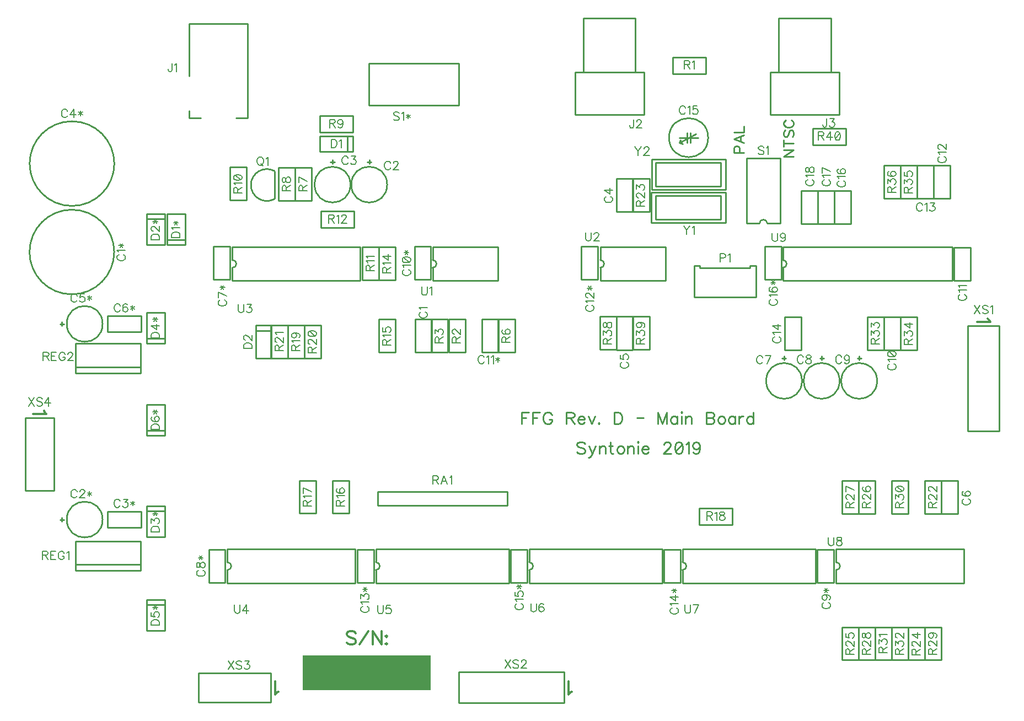
<source format=gbr>
G04 DipTrace 3.3.1.1*
G04 TopSilk.gbr*
%MOMM*%
G04 #@! TF.FileFunction,Legend,Top*
G04 #@! TF.Part,Single*
%ADD10C,0.25*%
%ADD97C,0.19608*%
%ADD98C,0.31373*%
%ADD99C,0.27451*%
%ADD100C,0.23529*%
%FSLAX35Y35*%
G04*
G71*
G90*
G75*
G01*
G04 TopSilk*
%LPD*%
X7021440Y6400797D2*
D10*
Y6910797D1*
X7271440Y6400797D2*
Y6910797D1*
Y6400797D2*
X7021440D1*
X7271440Y6910797D2*
X7021440D1*
X6039093Y8978535D2*
G02X6039093Y8978535I275000J0D01*
G01*
X6284118Y9328534D2*
X6344068D1*
X6314093Y9358533D2*
Y9298535D1*
X5475350Y8978535D2*
G02X5475350Y8978535I275000J0D01*
G01*
X5720375Y9328534D2*
X5780325D1*
X5750350Y9358533D2*
Y9298535D1*
X10108917Y8560343D2*
Y9070343D1*
X10358917Y8560343D2*
Y9070343D1*
Y8560343D2*
X10108917D1*
X10358917Y9070343D2*
X10108917D1*
X10359600Y6951387D2*
Y6441387D1*
X10109600Y6951387D2*
Y6441387D1*
Y6951387D2*
X10359600D1*
X10109600Y6441387D2*
X10359600D1*
X15350893Y4435183D2*
Y3925183D1*
X15100893Y4435183D2*
Y3925183D1*
Y4435183D2*
X15350893D1*
X15100893Y3925183D2*
X15350893D1*
X12408590Y5963588D2*
G02X12408590Y5963588I275000J0D01*
G01*
X12653615Y6313588D2*
X12713565D1*
X12683590Y6343587D2*
Y6283589D1*
X12985910Y5963588D2*
G02X12985910Y5963588I275000J0D01*
G01*
X13230935Y6313588D2*
X13290885D1*
X13260910Y6343587D2*
Y6283589D1*
X13561953Y5963588D2*
G02X13561953Y5963588I275000J0D01*
G01*
X13806978Y6313588D2*
X13866928D1*
X13836953Y6343587D2*
Y6283589D1*
X14469340Y6949137D2*
Y6439137D1*
X14219340Y6949137D2*
Y6439137D1*
Y6949137D2*
X14469340D1*
X14219340Y6439137D2*
X14469340D1*
X15545767Y8016683D2*
Y7506683D1*
X15295767Y8016683D2*
Y7506683D1*
Y8016683D2*
X15545767D1*
X15295767Y7506683D2*
X15545767D1*
X14981680Y8764307D2*
Y9274307D1*
X15231680Y8764307D2*
Y9274307D1*
Y8764307D2*
X14981680D1*
X15231680Y9274307D2*
X14981680D1*
X14727977Y8764237D2*
Y9274237D1*
X14977977Y8764237D2*
Y9274237D1*
Y8764237D2*
X14727977D1*
X14977977Y9274237D2*
X14727977D1*
X12694700Y6439137D2*
Y6949137D1*
X12944700Y6439137D2*
Y6949137D1*
Y6439137D2*
X12694700D1*
X12944700Y6949137D2*
X12694700D1*
X10917721Y9699933D2*
G02X10917721Y9699933I299997J0D01*
G01*
X11361341Y9701013D2*
X11256299Y9700953D1*
X11193897Y9620613D2*
Y9770013D1*
X11242031Y9620613D2*
Y9770013D1*
X11183237Y9701253D2*
X11075981Y9701433D1*
X11326081Y9758193D2*
X11079097Y9622113D1*
X11081803Y9620973D2*
X11124115Y9607953D1*
X11077949Y9624993D2*
X11090987Y9667293D1*
X13457533Y8378343D2*
Y8888343D1*
X13707533Y8378343D2*
Y8888343D1*
Y8378343D2*
X13457533D1*
X13707533Y8888343D2*
X13457533D1*
X13203110Y8378343D2*
Y8888343D1*
X13453110Y8378343D2*
Y8888343D1*
Y8378343D2*
X13203110D1*
X13453110Y8888343D2*
X13203110D1*
X13199420D2*
Y8378343D1*
X12949420Y8888343D2*
Y8378343D1*
Y8888343D2*
X13199420D1*
X12949420Y8378343D2*
X13199420D1*
X1098337Y7943397D2*
G02X1098337Y7943397I650000J0D01*
G01*
X7008083Y7519147D2*
Y8029147D1*
X7258083Y7519147D2*
Y8029147D1*
Y7519147D2*
X7008083D1*
X7258083Y8029147D2*
X7008083D1*
X8293413Y6910447D2*
Y6400447D1*
X8043413Y6910447D2*
Y6400447D1*
Y6910447D2*
X8293413D1*
X8043413Y6400447D2*
X8293413D1*
X9572223Y7519147D2*
Y8029147D1*
X9822223Y7519147D2*
Y8029147D1*
Y7519147D2*
X9572223D1*
X9822223Y8029147D2*
X9572223D1*
X6134707Y2865940D2*
Y3375940D1*
X6384707Y2865940D2*
Y3375940D1*
Y2865940D2*
X6134707D1*
X6384707Y3375940D2*
X6134707D1*
X10842010Y2865940D2*
Y3375940D1*
X11092010Y2865940D2*
Y3375940D1*
Y2865940D2*
X10842010D1*
X11092010Y3375940D2*
X10842010D1*
X8488270Y2865940D2*
Y3375940D1*
X8738270Y2865940D2*
Y3375940D1*
Y2865940D2*
X8488270D1*
X8738270Y3375940D2*
X8488270D1*
X12638703Y8029147D2*
Y7519147D1*
X12388703Y8029147D2*
Y7519147D1*
Y8029147D2*
X12638703D1*
X12388703Y7519147D2*
X12638703D1*
X1670523Y3833603D2*
G02X1670523Y3833603I275002J0D01*
G01*
X1595526Y3803628D2*
Y3863578D1*
X1565527Y3833603D2*
X1625525D1*
X2808887Y3711230D2*
X2298887D1*
X2808887Y3961230D2*
X2298887D1*
X2808887D2*
Y3711230D1*
X2298887Y3961230D2*
Y3711230D1*
X1100047Y9301523D2*
G02X1100047Y9301523I650000J0D01*
G01*
X1670523Y6839480D2*
G02X1670523Y6839480I275002J0D01*
G01*
X1595526Y6809505D2*
Y6869455D1*
X1565527Y6839480D2*
X1625525D1*
X2808887Y6713513D2*
X2298887D1*
X2808887Y6963513D2*
X2298887D1*
X2808887D2*
Y6713513D1*
X2298887Y6963513D2*
Y6713513D1*
X3924247Y7519147D2*
Y8029147D1*
X4174247Y7519147D2*
Y8029147D1*
Y7519147D2*
X3924247D1*
X4174247Y8029147D2*
X3924247D1*
X3850593Y2865940D2*
Y3375940D1*
X4100593Y2865940D2*
Y3375940D1*
Y2865940D2*
X3850593D1*
X4100593Y3375940D2*
X3850593D1*
X13195633Y2865940D2*
Y3375940D1*
X13445633Y2865940D2*
Y3375940D1*
Y2865940D2*
X13195633D1*
X13445633Y3375940D2*
X13195633D1*
X6064342Y9718890D2*
Y9488890D1*
X5553832D1*
X5979495Y9718890D2*
Y9488890D1*
X5553832Y9718890D2*
Y9488890D1*
X6064342Y9718890D2*
X5553832D1*
X4569993Y6821042D2*
X4799993D1*
Y6310532D1*
X4569993Y6736195D2*
X4799993D1*
X4569993Y6310532D2*
X4799993D1*
X4569993Y6821042D2*
Y6310532D1*
X3492017Y8053455D2*
X3212017D1*
Y8058701D2*
Y8528913D1*
X3492017Y8129313D2*
X3212017D1*
X3492017Y8528913D2*
X3212017D1*
X3492017Y8058701D2*
Y8528913D1*
X2896937Y8529212D2*
X3176937D1*
Y8523966D2*
Y8053754D1*
X2896937Y8453354D2*
X3176937D1*
X2896937Y8053754D2*
X3176937D1*
X2896937Y8523966D2*
Y8053754D1*
Y4040762D2*
X3176937D1*
Y4035516D2*
Y3565304D1*
X2896937Y3964904D2*
X3176937D1*
X2896937Y3565304D2*
X3176937D1*
X2896937Y4035516D2*
Y3565304D1*
X3176937Y6540535D2*
X2896937D1*
Y6545781D2*
Y7015993D1*
X3176937Y6616393D2*
X2896937D1*
X3176937Y7015993D2*
X2896937D1*
X3176937Y6545781D2*
Y7015993D1*
X2896937Y2603805D2*
X3176937D1*
Y2598559D2*
Y2128347D1*
X2896937Y2527947D2*
X3176937D1*
X2896937Y2128347D2*
X3176937D1*
X2896937Y2598559D2*
Y2128347D1*
X3176937Y5127088D2*
X2896937D1*
Y5132334D2*
Y5602546D1*
X3176937Y5202946D2*
X2896937D1*
X3176937Y5602546D2*
X2896937D1*
X3176937Y5132334D2*
Y5602546D1*
X3730255Y10001812D2*
X3550231D1*
X4450247Y11451673D2*
Y10001665D1*
X4270223D1*
X3550231D2*
Y10116619D1*
Y10646701D2*
Y11451673D1*
X4450247D1*
X9473833Y10704622D2*
X10533928D1*
Y10054729D1*
X9473833D1*
Y10704622D1*
X9600853Y11535542D2*
X10400818D1*
Y10705524D1*
X9600853D1*
Y11535542D1*
X12473833Y10704622D2*
X13533928D1*
Y10054729D1*
X12473833D1*
Y10704622D1*
X12600853Y11535542D2*
X13400818D1*
Y10705524D1*
X12600853D1*
Y11535542D1*
X11302960Y7732553D2*
Y7252553D1*
X12252960Y7732553D2*
Y7252553D1*
X11387985Y7702553D2*
X12157960D1*
X11302960Y7732553D2*
X11387985D1*
Y7702553D1*
X12157960D2*
Y7732553D1*
X12252960D1*
X11302960Y7252553D2*
X12252960D1*
X4857583Y9188987D2*
G03X4857583Y8756273I-115008J-216357D01*
G01*
Y8762791D2*
Y9182469D1*
X11484393Y10682920D2*
X10977227D1*
Y10936920D2*
Y10682920D1*
X11484393Y10936920D2*
X10977227D1*
X11484393D2*
Y10682920D1*
X7788017Y6910427D2*
Y6403260D1*
X7534017D2*
X7788017D1*
X7534017Y6910427D2*
Y6403260D1*
Y6910427D2*
X7788017D1*
X7268893Y6403260D2*
Y6910427D1*
X7522893D2*
X7268893D1*
X7522893Y6403260D2*
Y6910427D1*
Y6403260D2*
X7268893D1*
X8549477Y6910420D2*
Y6403253D1*
X8295477D2*
X8549477D1*
X8295477Y6910420D2*
Y6403253D1*
Y6910420D2*
X8549477D1*
X5177103Y8734483D2*
Y9241650D1*
X5431103D2*
X5177103D1*
X5431103Y8734483D2*
Y9241650D1*
Y8734483D2*
X5177103D1*
X4922683Y8734527D2*
Y9241693D1*
X5176683D2*
X4922683D1*
X5176683Y8734527D2*
Y9241693D1*
Y8734527D2*
X4922683D1*
X5553730Y10035510D2*
X6060897D1*
Y9781510D2*
Y10035510D1*
X5553730Y9781510D2*
X6060897D1*
X5553730D2*
Y10035510D1*
X4430050Y9244890D2*
Y8737723D1*
X4176050D2*
X4430050D1*
X4176050Y9244890D2*
Y8737723D1*
Y9244890D2*
X4430050D1*
X6463040Y8020957D2*
Y7513790D1*
X6209040D2*
X6463040D1*
X6209040Y8020957D2*
Y7513790D1*
Y8020957D2*
X6463040D1*
X5576623Y8571273D2*
X6083790D1*
Y8317273D2*
Y8571273D1*
X5576623Y8317273D2*
X6083790D1*
X5576623D2*
Y8571273D1*
X6463360Y7512660D2*
Y8019827D1*
X6717360D2*
X6463360D1*
X6717360Y7512660D2*
Y8019827D1*
Y7512660D2*
X6463360D1*
X6463230Y6401050D2*
Y6908217D1*
X6717230D2*
X6463230D1*
X6717230Y6401050D2*
Y6908217D1*
Y6401050D2*
X6463230D1*
X5752237Y3928110D2*
Y4435277D1*
X6006237D2*
X5752237D1*
X6006237Y3928110D2*
Y4435277D1*
Y3928110D2*
X5752237D1*
X5243760D2*
Y4435277D1*
X5497760D2*
X5243760D1*
X5497760Y3928110D2*
Y4435277D1*
Y3928110D2*
X5243760D1*
X11889277Y3754500D2*
X11382110D1*
Y4008500D2*
Y3754500D1*
X11889277Y4008500D2*
X11382110D1*
X11889277D2*
Y3754500D1*
X5319477Y6819020D2*
Y6311853D1*
X5065477D2*
X5319477D1*
X5065477Y6819020D2*
Y6311853D1*
Y6819020D2*
X5319477D1*
X5319943Y6311853D2*
Y6819020D1*
X5573943D2*
X5319943D1*
X5573943Y6311853D2*
Y6819020D1*
Y6311853D2*
X5319943D1*
X5065880Y6819020D2*
Y6311853D1*
X4811880D2*
X5065880D1*
X4811880Y6819020D2*
Y6311853D1*
Y6819020D2*
X5065880D1*
X14844417Y3927360D2*
Y4434527D1*
X15098417D2*
X14844417D1*
X15098417Y3927360D2*
Y4434527D1*
Y3927360D2*
X14844417D1*
X10361123Y8560363D2*
Y9067530D1*
X10615123D2*
X10361123D1*
X10615123Y8560363D2*
Y9067530D1*
Y8560363D2*
X10361123D1*
X14844633Y2182717D2*
Y1675550D1*
X14590633D2*
X14844633D1*
X14590633Y2182717D2*
Y1675550D1*
Y2182717D2*
X14844633D1*
X13828473D2*
Y1675550D1*
X13574473D2*
X13828473D1*
X13574473Y2182717D2*
Y1675550D1*
Y2182717D2*
X13828473D1*
X13830577Y3927440D2*
Y4434607D1*
X14084577D2*
X13830577D1*
X14084577Y3927440D2*
Y4434607D1*
Y3927440D2*
X13830577D1*
X13576263D2*
Y4434607D1*
X13830263D2*
X13576263D1*
X13830263Y3927440D2*
Y4434607D1*
Y3927440D2*
X13576263D1*
X14082227Y2182717D2*
Y1675550D1*
X13828227D2*
X14082227D1*
X13828227Y2182717D2*
Y1675550D1*
Y2182717D2*
X14082227D1*
X15098490D2*
Y1675550D1*
X14844490D2*
X15098490D1*
X14844490Y2182717D2*
Y1675550D1*
Y2182717D2*
X15098490D1*
X14338653Y3927440D2*
Y4434607D1*
X14592653D2*
X14338653D1*
X14592653Y3927440D2*
Y4434607D1*
Y3927440D2*
X14338653D1*
X14335887Y2182717D2*
Y1675550D1*
X14081887D2*
X14335887D1*
X14081887Y2182717D2*
Y1675550D1*
Y2182717D2*
X14335887D1*
X14590373D2*
Y1675550D1*
X14336373D2*
X14590373D1*
X14336373Y2182717D2*
Y1675550D1*
Y2182717D2*
X14590373D1*
X13963587Y6441923D2*
Y6949090D1*
X14217587D2*
X13963587D1*
X14217587Y6441923D2*
Y6949090D1*
Y6441923D2*
X13963587D1*
X14471260Y6440053D2*
Y6947220D1*
X14725260D2*
X14471260D1*
X14725260Y6440053D2*
Y6947220D1*
Y6440053D2*
X14471260D1*
X14724997Y9274603D2*
Y8767437D1*
X14470997D2*
X14724997D1*
X14470997Y9274603D2*
Y8767437D1*
Y9274603D2*
X14724997D1*
X14216770Y8767587D2*
Y9274753D1*
X14470770D2*
X14216770D1*
X14470770Y8767587D2*
Y9274753D1*
Y8767587D2*
X14216770D1*
X10107550Y6950553D2*
Y6443387D1*
X9853550D2*
X10107550D1*
X9853550Y6950553D2*
Y6443387D1*
Y6950553D2*
X10107550D1*
X10361503Y6443387D2*
Y6950553D1*
X10615503D2*
X10361503D1*
X10615503Y6443387D2*
Y6950553D1*
Y6443387D2*
X10361503D1*
X13126600Y9844703D2*
X13633767D1*
Y9590703D2*
Y9844703D1*
X13126600Y9590703D2*
X13633767D1*
X13126600D2*
Y9844703D1*
X8431407Y4053148D2*
X6441407D1*
Y4263132D1*
X8431407D1*
Y4053148D1*
X2803700Y3050167D2*
X1803700D1*
Y3500185D1*
X2803700D1*
Y3050167D1*
Y3140189D2*
X1803700D1*
X2803700Y6085347D2*
X1803700D1*
Y6535365D1*
X2803700D1*
Y6085347D1*
Y6175369D2*
X1803700D1*
X12105655Y8381437D2*
Y9381437D1*
X12625665D2*
X12105655D1*
X12625665Y8381437D2*
Y9381437D1*
Y8381437D2*
X12425711D1*
X12105655D2*
X12305609D1*
X12425711D2*
G03X12305609Y8381437I-60051J-51D01*
G01*
X7690559Y10844209D2*
X6310554D1*
Y10194210D1*
X7690559D1*
Y10844209D1*
X7287277Y8021771D2*
X8287277D1*
Y7501762D2*
Y8021771D1*
X7287277Y7501762D2*
X8287277D1*
X7287277D2*
Y7701716D1*
Y8021771D2*
Y7821818D1*
Y7701716D2*
G03X7287277Y7821818I-51J60051D01*
G01*
X9861480Y8021771D2*
X10861480D1*
Y7501762D2*
Y8021771D1*
X9861480Y7501762D2*
X10861480D1*
X9861480D2*
Y7701716D1*
Y8021771D2*
Y7821818D1*
Y7701716D2*
G03X9861480Y7821818I-51J60051D01*
G01*
X4213077Y8021771D2*
X6173077D1*
Y7501762D2*
Y8021771D1*
X4213077Y7501762D2*
X6173077D1*
X4213077D2*
Y7701716D1*
Y8021771D2*
Y7821818D1*
Y7701716D2*
G03X4213077Y7821818I-75J60051D01*
G01*
X4136990Y3379261D2*
X6096990D1*
Y2859252D2*
Y3379261D1*
X4136990Y2859252D2*
X6096990D1*
X4136990D2*
Y3059206D1*
Y3379261D2*
Y3179308D1*
Y3059206D2*
G03X4136990Y3179308I-75J60051D01*
G01*
X6416280Y3379261D2*
X8456280D1*
Y2859252D2*
Y3379261D1*
X6416280Y2859252D2*
X8456280D1*
X6416280D2*
Y3059206D1*
Y3379261D2*
Y3179308D1*
Y3059206D2*
G03X6416280Y3179308I-75J60051D01*
G01*
X8770307Y3379261D2*
X10810307D1*
Y2859252D2*
Y3379261D1*
X8770307Y2859252D2*
X10810307D1*
X8770307D2*
Y3059206D1*
Y3379261D2*
Y3179308D1*
Y3059206D2*
G03X8770307Y3179308I-75J60051D01*
G01*
X11123733Y3379261D2*
X13163733D1*
Y2859252D2*
Y3379261D1*
X11123733Y2859252D2*
X13163733D1*
X11123733D2*
Y3059206D1*
Y3379261D2*
Y3179308D1*
Y3059206D2*
G03X11123733Y3179308I-75J60051D01*
G01*
X13483330Y3379261D2*
X15443330D1*
Y2859252D2*
Y3379261D1*
X13483330Y2859252D2*
X15443330D1*
X13483330D2*
Y3059206D1*
Y3379261D2*
Y3179308D1*
Y3059206D2*
G03X13483330Y3179308I-75J60051D01*
G01*
X12663463Y8021771D2*
X15263463D1*
Y7501762D2*
Y8021771D1*
X12663463Y7501762D2*
X15263463D1*
X12663463D2*
Y7701716D1*
Y8021771D2*
Y7821818D1*
Y7701716D2*
G03X12663463Y7821818I-252J60051D01*
G01*
X15984345Y6809843D2*
X15508095D1*
Y5190545D1*
X15984345D1*
Y6809843D1*
X9309529Y1015975D2*
X7690232D1*
Y1492225D1*
X9309529D1*
Y1015975D1*
X4805167Y1031583D2*
X3693962D1*
Y1476083D1*
X4805167D1*
Y1031583D1*
X1476467Y5392907D2*
X1031967D1*
Y4281702D1*
X1476467D1*
Y5392907D1*
X10647963Y8859173D2*
X11782963D1*
Y8394173D1*
X10647963D1*
Y8859173D1*
X10709253Y8810906D2*
X11714182D1*
Y8440952D1*
X10709253D1*
Y8810906D1*
X10648897Y9366983D2*
X11783897D1*
Y8901983D1*
X10648897D1*
Y9366983D1*
X10710187Y9318716D2*
X11715116D1*
Y8948762D1*
X10710187D1*
Y9318716D1*
G36*
X5290767Y1749827D2*
X7261377D1*
Y1211907D1*
X5290767D1*
Y1749827D1*
G37*
X7108383Y7022599D2*
D97*
X7096310Y7016562D1*
X7084097Y7004349D1*
X7078060Y6992276D1*
Y6967989D1*
X7084097Y6955776D1*
X7096310Y6943703D1*
X7108383Y6937526D1*
X7126633Y6931489D1*
X7157097D1*
X7175206Y6937526D1*
X7187420Y6943703D1*
X7199493Y6955776D1*
X7205670Y6967989D1*
Y6992276D1*
X7199493Y7004349D1*
X7187420Y7016562D1*
X7175206Y7022599D1*
X7102487Y7061814D2*
X7096310Y7074028D1*
X7078201Y7092278D1*
X7205670D1*
X6641470Y9305464D2*
X6635434Y9317537D1*
X6623220Y9329750D1*
X6611147Y9335787D1*
X6586861D1*
X6574647Y9329750D1*
X6562574Y9317537D1*
X6556397Y9305464D1*
X6550361Y9287214D1*
Y9256750D1*
X6556397Y9238640D1*
X6562574Y9226427D1*
X6574647Y9214354D1*
X6586861Y9208177D1*
X6611147D1*
X6623220Y9214354D1*
X6635434Y9226427D1*
X6641470Y9238640D1*
X6686863Y9305323D2*
Y9311360D1*
X6692900Y9323573D1*
X6698936Y9329610D1*
X6711150Y9335646D1*
X6735436D1*
X6747509Y9329610D1*
X6753546Y9323573D1*
X6759723Y9311360D1*
Y9299287D1*
X6753546Y9287073D1*
X6741473Y9268964D1*
X6680686Y9208177D1*
X6765759D1*
X5989530Y9384840D2*
X5983494Y9396913D1*
X5971280Y9409127D1*
X5959207Y9415163D1*
X5934921D1*
X5922707Y9409127D1*
X5910634Y9396913D1*
X5904457Y9384840D1*
X5898421Y9366590D1*
Y9336127D1*
X5904457Y9318017D1*
X5910634Y9305804D1*
X5922707Y9293731D1*
X5934921Y9287554D1*
X5959207D1*
X5971280Y9293731D1*
X5983494Y9305804D1*
X5989530Y9318017D1*
X6040960Y9415023D2*
X6107642D1*
X6071283Y9366450D1*
X6089533D1*
X6101606Y9360413D1*
X6107642Y9354377D1*
X6113819Y9336127D1*
Y9324054D1*
X6107642Y9305804D1*
X6095569Y9293590D1*
X6077319Y9287554D1*
X6059069D1*
X6040960Y9293590D1*
X6034923Y9299767D1*
X6028746Y9311840D1*
X9953253Y8795736D2*
X9941180Y8789699D1*
X9928967Y8777486D1*
X9922930Y8765413D1*
Y8741126D1*
X9928967Y8728913D1*
X9941180Y8716840D1*
X9953253Y8710663D1*
X9971503Y8704626D1*
X10001967D1*
X10020076Y8710663D1*
X10032290Y8716840D1*
X10044363Y8728913D1*
X10050540Y8741126D1*
Y8765413D1*
X10044363Y8777486D1*
X10032290Y8789699D1*
X10020076Y8795736D1*
X10050540Y8895738D2*
X9923071D1*
X10008003Y8834951D1*
Y8926061D1*
X10197950Y6250571D2*
X10185877Y6244534D1*
X10173663Y6232321D1*
X10167627Y6220248D1*
Y6195961D1*
X10173663Y6183748D1*
X10185877Y6171675D1*
X10197950Y6165498D1*
X10216200Y6159461D1*
X10246663D1*
X10264773Y6165498D1*
X10276986Y6171675D1*
X10289060Y6183748D1*
X10295236Y6195961D1*
Y6220247D1*
X10289060Y6232321D1*
X10276986Y6244534D1*
X10264773Y6250571D1*
X10167767Y6362646D2*
Y6302000D1*
X10222377Y6295963D1*
X10216340Y6302000D1*
X10210163Y6320250D1*
Y6338359D1*
X10216340Y6356609D1*
X10228413Y6368823D1*
X10246663Y6374859D1*
X10258736D1*
X10276986Y6368823D1*
X10289200Y6356609D1*
X10295236Y6338359D1*
Y6320250D1*
X10289200Y6302000D1*
X10283023Y6295963D1*
X10270950Y6289786D1*
X15447300Y4153659D2*
X15435227Y4147623D1*
X15423013Y4135409D1*
X15416977Y4123336D1*
Y4099050D1*
X15423013Y4086836D1*
X15435227Y4074763D1*
X15447300Y4068586D1*
X15465550Y4062550D1*
X15496013D1*
X15514123Y4068586D1*
X15526336Y4074763D1*
X15538410Y4086836D1*
X15544586Y4099049D1*
Y4123336D1*
X15538410Y4135409D1*
X15526336Y4147622D1*
X15514123Y4153659D1*
X15435227Y4265734D2*
X15423154Y4259698D1*
X15417117Y4241448D1*
Y4229375D1*
X15423154Y4211125D1*
X15441404Y4198911D1*
X15471727Y4192875D1*
X15502050D1*
X15526336Y4198911D1*
X15538550Y4211125D1*
X15544586Y4229375D1*
Y4235411D1*
X15538550Y4253521D1*
X15526336Y4265734D1*
X15508086Y4271771D1*
X15502050D1*
X15483800Y4265734D1*
X15471727Y4253521D1*
X15465690Y4235411D1*
Y4229375D1*
X15471727Y4211125D1*
X15483800Y4198911D1*
X15502050Y4192875D1*
X12354507Y6322170D2*
X12348471Y6334243D1*
X12336257Y6346457D1*
X12324184Y6352493D1*
X12299897D1*
X12287684Y6346457D1*
X12275611Y6334243D1*
X12269434Y6322170D1*
X12263397Y6303920D1*
Y6273457D1*
X12269434Y6255347D1*
X12275611Y6243134D1*
X12287684Y6231061D1*
X12299897Y6224884D1*
X12324184D1*
X12336257Y6231061D1*
X12348471Y6243134D1*
X12354507Y6255347D1*
X12418009Y6224884D2*
X12478796Y6352353D1*
X12393723D1*
X12978771Y6327377D2*
X12972734Y6339450D1*
X12960521Y6351663D1*
X12948448Y6357700D1*
X12924161D1*
X12911948Y6351663D1*
X12899874Y6339450D1*
X12893698Y6327377D1*
X12887661Y6309127D1*
Y6278663D1*
X12893698Y6260554D1*
X12899874Y6248340D1*
X12911948Y6236267D1*
X12924161Y6230090D1*
X12948448D1*
X12960521Y6236267D1*
X12972734Y6248340D1*
X12978771Y6260554D1*
X13048309Y6357560D2*
X13030200Y6351523D1*
X13024023Y6339450D1*
Y6327236D1*
X13030200Y6315163D1*
X13042273Y6308986D1*
X13066559Y6302950D1*
X13084809Y6296913D1*
X13096882Y6284700D1*
X13102919Y6272627D1*
Y6254377D1*
X13096882Y6242304D1*
X13090846Y6236127D1*
X13072596Y6230090D1*
X13048309D1*
X13030200Y6236127D1*
X13024023Y6242304D1*
X13017986Y6254377D1*
Y6272627D1*
X13024023Y6284700D1*
X13036236Y6296913D1*
X13054346Y6302950D1*
X13078632Y6308986D1*
X13090846Y6315163D1*
X13096882Y6327236D1*
Y6339450D1*
X13090846Y6351523D1*
X13072596Y6357560D1*
X13048309D1*
X13568179Y6327377D2*
X13562142Y6339450D1*
X13549929Y6351663D1*
X13537856Y6357700D1*
X13513569D1*
X13501356Y6351663D1*
X13489283Y6339450D1*
X13483106Y6327377D1*
X13477069Y6309127D1*
Y6278663D1*
X13483106Y6260554D1*
X13489283Y6248340D1*
X13501356Y6236267D1*
X13513569Y6230090D1*
X13537856D1*
X13549929Y6236267D1*
X13562142Y6248340D1*
X13568179Y6260554D1*
X13686431Y6315163D2*
X13680254Y6296913D1*
X13668181Y6284700D1*
X13649931Y6278663D1*
X13643894D1*
X13625644Y6284700D1*
X13613571Y6296913D1*
X13607394Y6315163D1*
Y6321200D1*
X13613571Y6339450D1*
X13625644Y6351523D1*
X13643894Y6357560D1*
X13649931D1*
X13668181Y6351523D1*
X13680254Y6339450D1*
X13686431Y6315163D1*
Y6284700D1*
X13680254Y6254377D1*
X13668181Y6236127D1*
X13649931Y6230090D1*
X13637858D1*
X13619608Y6236127D1*
X13613571Y6248340D1*
X14304297Y6224484D2*
X14292224Y6218448D1*
X14280010Y6206234D1*
X14273973Y6194161D1*
Y6169875D1*
X14280010Y6157661D1*
X14292223Y6145588D1*
X14304296Y6139411D1*
X14322546Y6133375D1*
X14353010D1*
X14371120Y6139411D1*
X14383333Y6145588D1*
X14395406Y6157661D1*
X14401583Y6169875D1*
Y6194161D1*
X14395406Y6206234D1*
X14383333Y6218448D1*
X14371120Y6224484D1*
X14298400Y6263700D2*
X14292224Y6275914D1*
X14274114Y6294164D1*
X14401583Y6294163D1*
X14274114Y6369879D2*
X14280150Y6351629D1*
X14298400Y6339416D1*
X14328724Y6333379D1*
X14346974D1*
X14377297Y6339416D1*
X14395547Y6351629D1*
X14401583Y6369879D1*
Y6381952D1*
X14395547Y6400202D1*
X14377297Y6412275D1*
X14346973Y6418452D1*
X14328724D1*
X14298400Y6412275D1*
X14280150Y6400202D1*
X14274114Y6381952D1*
Y6369879D1*
X14298400Y6412275D2*
X14377297Y6339416D1*
X15386190Y7290053D2*
X15374117Y7284016D1*
X15361903Y7271803D1*
X15355867Y7259730D1*
Y7235443D1*
X15361903Y7223230D1*
X15374117Y7211157D1*
X15386190Y7204980D1*
X15404440Y7198943D1*
X15434903D1*
X15453013Y7204980D1*
X15465226Y7211156D1*
X15477300Y7223230D1*
X15483476Y7235443D1*
Y7259729D1*
X15477300Y7271802D1*
X15465226Y7284016D1*
X15453013Y7290052D1*
X15380294Y7329268D2*
X15374117Y7341482D1*
X15356007Y7359732D1*
X15483476D1*
X15380294Y7398947D2*
X15374117Y7411161D1*
X15356007Y7429411D1*
X15483476D1*
X15074280Y9407814D2*
X15062207Y9401778D1*
X15049993Y9389564D1*
X15043957Y9377491D1*
Y9353205D1*
X15049993Y9340991D1*
X15062207Y9328918D1*
X15074280Y9322741D1*
X15092530Y9316705D1*
X15122993D1*
X15141103Y9322741D1*
X15153316Y9328918D1*
X15165390Y9340991D1*
X15171566Y9353205D1*
Y9377491D1*
X15165390Y9389564D1*
X15153316Y9401778D1*
X15141103Y9407814D1*
X15068384Y9447030D2*
X15062207Y9459244D1*
X15044097Y9477494D1*
X15171566Y9477493D1*
X15074420Y9522886D2*
X15068384D1*
X15056170Y9528923D1*
X15050134Y9534959D1*
X15044097Y9547173D1*
Y9571459D1*
X15050134Y9583532D1*
X15056170Y9589569D1*
X15068384Y9595746D1*
X15080457D1*
X15092670Y9589569D1*
X15110780Y9577496D1*
X15171566Y9516709D1*
Y9601782D1*
X14807231Y8667344D2*
X14801194Y8679417D1*
X14788981Y8691630D1*
X14776908Y8697667D1*
X14752621D1*
X14740408Y8691630D1*
X14728335Y8679417D1*
X14722158Y8667344D1*
X14716121Y8649094D1*
Y8618630D1*
X14722158Y8600520D1*
X14728335Y8588307D1*
X14740408Y8576234D1*
X14752621Y8570057D1*
X14776908D1*
X14788981Y8576234D1*
X14801194Y8588307D1*
X14807231Y8600520D1*
X14846447Y8673240D2*
X14858660Y8679417D1*
X14876910Y8697526D1*
Y8570057D1*
X14928339Y8697526D2*
X14995022D1*
X14958662Y8648953D1*
X14976912D1*
X14988985Y8642917D1*
X14995022Y8636880D1*
X15001199Y8618630D1*
Y8606557D1*
X14995022Y8588307D1*
X14982949Y8576094D1*
X14964699Y8570057D1*
X14946449D1*
X14928339Y8576094D1*
X14922303Y8582270D1*
X14916126Y8594344D1*
X12539037Y6639689D2*
X12526964Y6633653D1*
X12514750Y6621440D1*
X12508713Y6609366D1*
Y6585080D1*
X12514750Y6572866D1*
X12526963Y6560793D1*
X12539036Y6554617D1*
X12557286Y6548580D1*
X12587750D1*
X12605860Y6554617D1*
X12618073Y6560793D1*
X12630146Y6572866D1*
X12636323Y6585080D1*
Y6609366D1*
X12630146Y6621439D1*
X12618073Y6633653D1*
X12605860Y6639689D1*
X12533140Y6678905D2*
X12526964Y6691119D1*
X12508854Y6709369D1*
X12636323Y6709368D1*
Y6809371D2*
X12508854D1*
X12593787Y6748584D1*
Y6839694D1*
X11168298Y10155597D2*
X11162261Y10167670D1*
X11150048Y10179883D1*
X11137974Y10185920D1*
X11113688D1*
X11101474Y10179883D1*
X11089401Y10167670D1*
X11083224Y10155597D1*
X11077188Y10137347D1*
Y10106883D1*
X11083224Y10088774D1*
X11089401Y10076560D1*
X11101474Y10064487D1*
X11113688Y10058310D1*
X11137974D1*
X11150048Y10064487D1*
X11162261Y10076560D1*
X11168298Y10088774D1*
X11207513Y10161493D2*
X11219727Y10167670D1*
X11237977Y10185780D1*
Y10058310D1*
X11350052Y10185780D2*
X11289406D1*
X11283369Y10131170D1*
X11289406Y10137206D1*
X11307656Y10143383D1*
X11325765D1*
X11344015Y10137206D1*
X11356229Y10125133D1*
X11362265Y10106883D1*
Y10094810D1*
X11356229Y10076560D1*
X11344015Y10064347D1*
X11325765Y10058310D1*
X11307656D1*
X11289406Y10064347D1*
X11283369Y10070524D1*
X11277192Y10082597D1*
X13530630Y9035593D2*
X13518557Y9029556D1*
X13506343Y9017343D1*
X13500307Y9005270D1*
Y8980983D1*
X13506343Y8968770D1*
X13518557Y8956697D1*
X13530630Y8950520D1*
X13548880Y8944483D1*
X13579343D1*
X13597453Y8950520D1*
X13609666Y8956697D1*
X13621740Y8968770D1*
X13627916Y8980983D1*
Y9005270D1*
X13621740Y9017343D1*
X13609666Y9029556D1*
X13597453Y9035593D1*
X13524734Y9074809D2*
X13518557Y9087022D1*
X13500447Y9105272D1*
X13627916D1*
X13518557Y9217347D2*
X13506484Y9211311D1*
X13500447Y9193061D1*
Y9180988D1*
X13506484Y9162738D1*
X13524734Y9150524D1*
X13555057Y9144488D1*
X13585380D1*
X13609666Y9150524D1*
X13621880Y9162738D1*
X13627916Y9180987D1*
Y9187024D1*
X13621880Y9205134D1*
X13609666Y9217347D1*
X13591416Y9223384D1*
X13585380D1*
X13567130Y9217347D1*
X13555057Y9205134D1*
X13549020Y9187024D1*
Y9180988D1*
X13555057Y9162738D1*
X13567130Y9150524D1*
X13585380Y9144488D1*
X13300240Y9050548D2*
X13288167Y9044511D1*
X13275953Y9032298D1*
X13269917Y9020225D1*
Y8995938D1*
X13275953Y8983725D1*
X13288167Y8971652D1*
X13300240Y8965475D1*
X13318490Y8959438D1*
X13348953D1*
X13367063Y8965475D1*
X13379276Y8971652D1*
X13391350Y8983725D1*
X13397526Y8995938D1*
Y9020225D1*
X13391350Y9032298D1*
X13379276Y9044511D1*
X13367063Y9050548D1*
X13294344Y9089763D2*
X13288167Y9101977D1*
X13270057Y9120227D1*
X13397526D1*
Y9183729D2*
X13270057Y9244516D1*
Y9159442D1*
X13046323Y9055105D2*
X13034250Y9049068D1*
X13022037Y9036855D1*
X13016000Y9024782D1*
Y9000495D1*
X13022037Y8988282D1*
X13034250Y8976209D1*
X13046323Y8970032D1*
X13064573Y8963995D1*
X13095037D1*
X13113146Y8970032D1*
X13125360Y8976209D1*
X13137433Y8988282D1*
X13143610Y9000495D1*
Y9024781D1*
X13137433Y9036854D1*
X13125360Y9049068D1*
X13113146Y9055105D1*
X13040427Y9094320D2*
X13034250Y9106534D1*
X13016141Y9124784D1*
X13143610D1*
X13016141Y9194322D2*
X13022177Y9176213D1*
X13034250Y9170036D1*
X13046464D1*
X13058537Y9176213D1*
X13064714Y9188286D1*
X13070750Y9212572D1*
X13076787Y9230822D1*
X13089000Y9242895D1*
X13101073Y9248932D1*
X13119323D1*
X13131396Y9242895D1*
X13137573Y9236859D1*
X13143610Y9218609D1*
Y9194322D1*
X13137573Y9176213D1*
X13131396Y9170036D1*
X13119323Y9163999D1*
X13101073D1*
X13089000Y9170036D1*
X13076787Y9182249D1*
X13070750Y9200359D1*
X13064714Y9224645D1*
X13058537Y9236859D1*
X13046464Y9242895D1*
X13034250D1*
X13022177Y9236859D1*
X13016141Y9218609D1*
Y9194322D1*
X2471735Y7904111D2*
X2459662Y7898075D1*
X2447448Y7885861D1*
X2441412Y7873788D1*
Y7849501D1*
X2447448Y7837288D1*
X2459662Y7825215D1*
X2471735Y7819038D1*
X2489985Y7813002D1*
X2520448D1*
X2538558Y7819038D1*
X2550771Y7825215D1*
X2562845Y7837288D1*
X2569022Y7849501D1*
Y7873788D1*
X2562845Y7885861D1*
X2550772Y7898074D1*
X2538558Y7904111D1*
X2465839Y7943327D2*
X2459662Y7955540D1*
X2441552Y7973790D1*
X2569021D1*
X2468857Y8043469D2*
X2541717D1*
X2486967Y8013006D2*
X2523467Y8073792D1*
X2486967D2*
X2523467Y8013006D1*
X6852420Y7672717D2*
X6840347Y7666680D1*
X6828133Y7654467D1*
X6822097Y7642394D1*
Y7618107D1*
X6828133Y7605894D1*
X6840347Y7593821D1*
X6852420Y7587644D1*
X6870670Y7581607D1*
X6901133D1*
X6919243Y7587644D1*
X6931456Y7593821D1*
X6943530Y7605894D1*
X6949706Y7618107D1*
Y7642393D1*
X6943530Y7654467D1*
X6931456Y7666680D1*
X6919243Y7672717D1*
X6846524Y7711932D2*
X6840347Y7724146D1*
X6822237Y7742396D1*
X6949706D1*
X6822237Y7818111D2*
X6828274Y7799861D1*
X6846524Y7787648D1*
X6876847Y7781611D1*
X6895097D1*
X6925420Y7787648D1*
X6943670Y7799861D1*
X6949706Y7818111D1*
Y7830184D1*
X6943670Y7848434D1*
X6925420Y7860507D1*
X6895097Y7866684D1*
X6876847D1*
X6846524Y7860507D1*
X6828274Y7848434D1*
X6822237Y7830184D1*
Y7818111D1*
X6846524Y7860507D2*
X6925420Y7787648D1*
X6849542Y7936364D2*
X6922402Y7936363D1*
X6867652Y7905900D2*
X6904152Y7966687D1*
X6867652D2*
X6904152Y7905900D1*
X8080138Y6325187D2*
X8074101Y6337260D1*
X8061888Y6349473D1*
X8049815Y6355510D1*
X8025528D1*
X8013315Y6349473D1*
X8001242Y6337260D1*
X7995065Y6325187D1*
X7989028Y6306937D1*
Y6276473D1*
X7995065Y6258364D1*
X8001242Y6246150D1*
X8013315Y6234077D1*
X8025528Y6227900D1*
X8049815D1*
X8061888Y6234077D1*
X8074101Y6246150D1*
X8080138Y6258364D1*
X8119354Y6331083D2*
X8131567Y6337260D1*
X8149817Y6355370D1*
Y6227900D1*
X8189033Y6331083D2*
X8201246Y6337260D1*
X8219496Y6355370D1*
Y6227900D1*
X8289175Y6328065D2*
Y6255205D1*
X8258712Y6309955D2*
X8319498Y6273455D1*
Y6309955D2*
X8258712Y6273455D1*
X9666557Y7125850D2*
X9654484Y7119813D1*
X9642270Y7107600D1*
X9636233Y7095527D1*
Y7071240D1*
X9642270Y7059027D1*
X9654483Y7046954D1*
X9666556Y7040777D1*
X9684806Y7034740D1*
X9715270D1*
X9733380Y7040777D1*
X9745593Y7046954D1*
X9757666Y7059027D1*
X9763843Y7071240D1*
Y7095527D1*
X9757666Y7107600D1*
X9745593Y7119813D1*
X9733380Y7125850D1*
X9660660Y7165066D2*
X9654484Y7177279D1*
X9636374Y7195529D1*
X9763843D1*
X9666697Y7240922D2*
X9660660D1*
X9648447Y7246958D1*
X9642410Y7252995D1*
X9636374Y7265208D1*
Y7289495D1*
X9642410Y7301568D1*
X9648447Y7307604D1*
X9660660Y7313781D1*
X9672734D1*
X9684947Y7307604D1*
X9703057Y7295531D1*
X9763843Y7234745D1*
Y7319818D1*
X9663679Y7389497D2*
X9736538D1*
X9681788Y7359033D2*
X9718288Y7419820D1*
X9681788D2*
X9718288Y7359033D1*
X6214737Y2499597D2*
X6202664Y2493560D1*
X6190450Y2481347D1*
X6184413Y2469274D1*
Y2444987D1*
X6190450Y2432774D1*
X6202663Y2420701D1*
X6214736Y2414524D1*
X6232986Y2408487D1*
X6263450D1*
X6281560Y2414524D1*
X6293773Y2420701D1*
X6305846Y2432774D1*
X6312023Y2444987D1*
Y2469273D1*
X6305846Y2481347D1*
X6293773Y2493560D1*
X6281560Y2499597D1*
X6208840Y2538812D2*
X6202664Y2551026D1*
X6184554Y2569276D1*
X6312023D1*
X6184554Y2620705D2*
Y2687387D1*
X6233127Y2651028D1*
Y2669278D1*
X6239164Y2681351D1*
X6245200Y2687387D1*
X6263450Y2693564D1*
X6275523D1*
X6293773Y2687387D1*
X6305987Y2675314D1*
X6312023Y2657064D1*
Y2638814D1*
X6305987Y2620705D1*
X6299810Y2614668D1*
X6287737Y2608491D1*
X6211859Y2763244D2*
X6284718Y2763243D1*
X6229968Y2732780D2*
X6266468Y2793567D1*
X6229968D2*
X6266468Y2732780D1*
X10963633Y2475782D2*
X10951560Y2469745D1*
X10939347Y2457532D1*
X10933310Y2445459D1*
Y2421172D1*
X10939347Y2408959D1*
X10951560Y2396886D1*
X10963633Y2390709D1*
X10981883Y2384672D1*
X11012347D1*
X11030456Y2390709D1*
X11042670Y2396886D1*
X11054743Y2408959D1*
X11060920Y2421172D1*
Y2445459D1*
X11054743Y2457532D1*
X11042670Y2469745D1*
X11030456Y2475782D1*
X10957737Y2514997D2*
X10951560Y2527211D1*
X10933451Y2545461D1*
X11060920D1*
Y2645463D2*
X10933451D1*
X11018383Y2584676D1*
Y2675786D1*
X10960755Y2745465D2*
X11033615D1*
X10978865Y2715002D2*
X11015365Y2775788D1*
X10978865D2*
X11015365Y2715002D1*
X8582163Y2541190D2*
X8570090Y2535153D1*
X8557877Y2522940D1*
X8551840Y2510867D1*
Y2486580D1*
X8557877Y2474367D1*
X8570090Y2462294D1*
X8582163Y2456117D1*
X8600413Y2450080D1*
X8630877D1*
X8648986Y2456117D1*
X8661200Y2462294D1*
X8673273Y2474367D1*
X8679450Y2486580D1*
Y2510867D1*
X8673273Y2522940D1*
X8661200Y2535153D1*
X8648986Y2541190D1*
X8576267Y2580406D2*
X8570090Y2592619D1*
X8551981Y2610869D1*
X8679450D1*
X8551981Y2722944D2*
Y2662298D1*
X8606590Y2656262D1*
X8600554Y2662298D1*
X8594377Y2680548D1*
Y2698658D1*
X8600554Y2716908D1*
X8612627Y2729121D1*
X8630877Y2735158D1*
X8642950D1*
X8661200Y2729121D1*
X8673413Y2716908D1*
X8679450Y2698658D1*
Y2680548D1*
X8673413Y2662298D1*
X8667236Y2656262D1*
X8655163Y2650085D1*
X8579285Y2804837D2*
X8652145D1*
X8597395Y2774373D2*
X8633895Y2835160D1*
X8597395D2*
X8633895Y2774373D1*
X12483037Y7217478D2*
X12470964Y7211442D1*
X12458750Y7199228D1*
X12452713Y7187155D1*
Y7162869D1*
X12458750Y7150655D1*
X12470963Y7138582D1*
X12483036Y7132405D1*
X12501286Y7126369D1*
X12531750D1*
X12549860Y7132405D1*
X12562073Y7138582D1*
X12574146Y7150655D1*
X12580323Y7162869D1*
Y7187155D1*
X12574146Y7199228D1*
X12562073Y7211442D1*
X12549860Y7217478D1*
X12477140Y7256694D2*
X12470964Y7268908D1*
X12452854Y7287158D1*
X12580323Y7287157D1*
X12470964Y7399233D2*
X12458890Y7393196D1*
X12452854Y7374946D1*
Y7362873D1*
X12458890Y7344623D1*
X12477140Y7332410D1*
X12507464Y7326373D1*
X12537787D1*
X12562073Y7332410D1*
X12574287Y7344623D1*
X12580323Y7362873D1*
Y7368910D1*
X12574287Y7387019D1*
X12562073Y7399233D1*
X12543823Y7405269D1*
X12537787D1*
X12519537Y7399233D1*
X12507464Y7387019D1*
X12501427Y7368910D1*
Y7362873D1*
X12507464Y7344623D1*
X12519537Y7332410D1*
X12537787Y7326373D1*
X12480159Y7474948D2*
X12553018D1*
X12498268Y7444485D2*
X12534768Y7505271D1*
X12498268D2*
X12534768Y7444485D1*
X1826436Y4264267D2*
X1820399Y4276340D1*
X1808186Y4288553D1*
X1796113Y4294590D1*
X1771826D1*
X1759613Y4288553D1*
X1747540Y4276340D1*
X1741363Y4264267D1*
X1735326Y4246017D1*
Y4215553D1*
X1741363Y4197444D1*
X1747540Y4185230D1*
X1759613Y4173157D1*
X1771826Y4166980D1*
X1796113D1*
X1808186Y4173157D1*
X1820399Y4185230D1*
X1826436Y4197444D1*
X1871829Y4264126D2*
Y4270163D1*
X1877865Y4282376D1*
X1883902Y4288413D1*
X1896115Y4294450D1*
X1920402D1*
X1932475Y4288413D1*
X1938511Y4282376D1*
X1944688Y4270163D1*
Y4258090D1*
X1938511Y4245876D1*
X1926438Y4227767D1*
X1865652Y4166980D1*
X1950725D1*
X2020404Y4267145D2*
Y4194285D1*
X1989940Y4249035D2*
X2050727Y4212535D1*
Y4249035D2*
X1989940Y4212535D1*
X2487296Y4116894D2*
X2481259Y4128967D1*
X2469046Y4141180D1*
X2456973Y4147217D1*
X2432686D1*
X2420473Y4141180D1*
X2408400Y4128967D1*
X2402223Y4116894D1*
X2396186Y4098644D1*
Y4068180D1*
X2402223Y4050070D1*
X2408400Y4037857D1*
X2420473Y4025784D1*
X2432686Y4019607D1*
X2456973D1*
X2469046Y4025784D1*
X2481259Y4037857D1*
X2487296Y4050070D1*
X2538725Y4147076D2*
X2605408D1*
X2569048Y4098503D1*
X2587298D1*
X2599371Y4092467D1*
X2605408Y4086430D1*
X2611585Y4068180D1*
Y4056107D1*
X2605408Y4037857D1*
X2593335Y4025644D1*
X2575085Y4019607D1*
X2556835D1*
X2538725Y4025644D1*
X2532689Y4031820D1*
X2526512Y4043894D1*
X2681264Y4119771D2*
Y4046912D1*
X2650800Y4101662D2*
X2711587Y4065162D1*
Y4101662D2*
X2650800Y4065162D1*
X1680438Y10107187D2*
X1674401Y10119260D1*
X1662188Y10131473D1*
X1650115Y10137510D1*
X1625828D1*
X1613615Y10131473D1*
X1601542Y10119260D1*
X1595365Y10107187D1*
X1589328Y10088937D1*
Y10058473D1*
X1595365Y10040364D1*
X1601542Y10028150D1*
X1613615Y10016077D1*
X1625828Y10009900D1*
X1650115D1*
X1662188Y10016077D1*
X1674401Y10028150D1*
X1680438Y10040364D1*
X1780440Y10009900D2*
Y10137370D1*
X1719653Y10052437D1*
X1810763D1*
X1880442Y10110065D2*
Y10037205D1*
X1849979Y10091955D2*
X1910765Y10055455D1*
Y10091955D2*
X1849979Y10055455D1*
X1826436Y7270144D2*
X1820399Y7282217D1*
X1808186Y7294430D1*
X1796113Y7300467D1*
X1771826D1*
X1759613Y7294430D1*
X1747540Y7282217D1*
X1741363Y7270144D1*
X1735326Y7251894D1*
Y7221430D1*
X1741363Y7203320D1*
X1747540Y7191107D1*
X1759613Y7179034D1*
X1771826Y7172857D1*
X1796113D1*
X1808186Y7179034D1*
X1820399Y7191107D1*
X1826436Y7203320D1*
X1938511Y7300326D2*
X1877865D1*
X1871829Y7245717D1*
X1877865Y7251753D1*
X1896115Y7257930D1*
X1914225D1*
X1932475Y7251753D1*
X1944688Y7239680D1*
X1950725Y7221430D1*
Y7209357D1*
X1944688Y7191107D1*
X1932475Y7178894D1*
X1914225Y7172857D1*
X1896115D1*
X1877865Y7178894D1*
X1871829Y7185070D1*
X1865652Y7197144D1*
X2020404Y7273021D2*
Y7200162D1*
X1989940Y7254912D2*
X2050727Y7218412D1*
Y7254912D2*
X1989940Y7218412D1*
X2490384Y7119177D2*
X2484348Y7131250D1*
X2472134Y7143463D1*
X2460061Y7149500D1*
X2435775D1*
X2423561Y7143463D1*
X2411488Y7131250D1*
X2405311Y7119177D1*
X2399275Y7100927D1*
Y7070463D1*
X2405311Y7052354D1*
X2411488Y7040140D1*
X2423561Y7028067D1*
X2435775Y7021890D1*
X2460061D1*
X2472134Y7028067D1*
X2484348Y7040140D1*
X2490384Y7052354D1*
X2602460Y7131250D2*
X2596423Y7143323D1*
X2578173Y7149360D1*
X2566100D1*
X2547850Y7143323D1*
X2535637Y7125073D1*
X2529600Y7094750D1*
Y7064427D1*
X2535637Y7040140D1*
X2547850Y7027927D1*
X2566100Y7021890D1*
X2572137D1*
X2590246Y7027927D1*
X2602460Y7040140D1*
X2608496Y7058390D1*
Y7064427D1*
X2602460Y7082677D1*
X2590246Y7094750D1*
X2572137Y7100786D1*
X2566100D1*
X2547850Y7094750D1*
X2535637Y7082677D1*
X2529600Y7064427D1*
X2678175Y7122055D2*
Y7049195D1*
X2647712Y7103945D2*
X2708499Y7067445D1*
Y7103945D2*
X2647712Y7067445D1*
X4025363Y7205163D2*
X4013290Y7199126D1*
X4001077Y7186913D1*
X3995040Y7174840D1*
Y7150553D1*
X4001077Y7138340D1*
X4013290Y7126267D1*
X4025363Y7120090D1*
X4043613Y7114053D1*
X4074077D1*
X4092186Y7120090D1*
X4104400Y7126267D1*
X4116473Y7138340D1*
X4122650Y7150553D1*
Y7174840D1*
X4116473Y7186913D1*
X4104400Y7199126D1*
X4092186Y7205163D1*
X4122650Y7268665D2*
X3995181Y7329452D1*
Y7244379D1*
X4022485Y7399131D2*
X4095345D1*
X4040595Y7368667D2*
X4077095Y7429454D1*
X4040595D2*
X4077095Y7368667D1*
X3694930Y3054420D2*
X3682857Y3048383D1*
X3670643Y3036170D1*
X3664607Y3024097D1*
Y2999810D1*
X3670643Y2987597D1*
X3682857Y2975524D1*
X3694930Y2969347D1*
X3713180Y2963310D1*
X3743643D1*
X3761753Y2969347D1*
X3773966Y2975524D1*
X3786040Y2987597D1*
X3792216Y2999810D1*
Y3024097D1*
X3786040Y3036170D1*
X3773966Y3048383D1*
X3761753Y3054420D1*
X3664747Y3123958D2*
X3670784Y3105849D1*
X3682857Y3099672D1*
X3695070D1*
X3707143Y3105849D1*
X3713320Y3117922D1*
X3719357Y3142208D1*
X3725393Y3160458D1*
X3737607Y3172531D1*
X3749680Y3178568D1*
X3767930D1*
X3780003Y3172531D1*
X3786180Y3166495D1*
X3792216Y3148245D1*
Y3123958D1*
X3786180Y3105849D1*
X3780003Y3099672D1*
X3767930Y3093635D1*
X3749680D1*
X3737607Y3099672D1*
X3725393Y3111885D1*
X3719357Y3129995D1*
X3713320Y3154281D1*
X3707143Y3166495D1*
X3695070Y3172531D1*
X3682857D1*
X3670784Y3166495D1*
X3664747Y3148245D1*
Y3123958D1*
X3692052Y3248247D2*
X3764912D1*
X3710162Y3217784D2*
X3746662Y3278570D1*
X3710162D2*
X3746662Y3217784D1*
X13296460Y2558251D2*
X13284387Y2552215D1*
X13272173Y2540001D1*
X13266137Y2527928D1*
Y2503642D1*
X13272173Y2491428D1*
X13284387Y2479355D1*
X13296460Y2473178D1*
X13314710Y2467142D1*
X13345173D1*
X13363283Y2473178D1*
X13375496Y2479355D1*
X13387570Y2491428D1*
X13393746Y2503642D1*
Y2527928D1*
X13387570Y2540001D1*
X13375496Y2552215D1*
X13363283Y2558251D1*
X13308673Y2676503D2*
X13326923Y2670326D1*
X13339137Y2658253D1*
X13345173Y2640003D1*
Y2633967D1*
X13339137Y2615717D1*
X13326923Y2603644D1*
X13308673Y2597467D1*
X13302637D1*
X13284387Y2603644D1*
X13272314Y2615717D1*
X13266277Y2633967D1*
Y2640003D1*
X13272314Y2658253D1*
X13284387Y2670326D1*
X13308673Y2676503D1*
X13339137D1*
X13369460Y2670326D1*
X13387710Y2658253D1*
X13393746Y2640003D1*
Y2627930D1*
X13387710Y2609680D1*
X13375496Y2603644D1*
X13293582Y2746182D2*
X13366442D1*
X13311692Y2715719D2*
X13348192Y2776505D1*
X13311692D2*
X13348192Y2715719D1*
X5731711Y9675346D2*
Y9547736D1*
X5774247D1*
X5792497Y9553913D1*
X5804711Y9565986D1*
X5810747Y9578200D1*
X5816784Y9596309D1*
Y9626773D1*
X5810747Y9645023D1*
X5804711Y9657096D1*
X5792497Y9669309D1*
X5774247Y9675346D1*
X5731711D1*
X5855999Y9650919D2*
X5868213Y9657096D1*
X5886463Y9675205D1*
Y9547736D1*
X4384007Y6461106D2*
X4511616D1*
X4511617Y6503642D1*
X4505440Y6521892D1*
X4493367Y6534106D1*
X4481153Y6540142D1*
X4463043Y6546179D1*
X4432580D1*
X4414330Y6540143D1*
X4402257Y6534106D1*
X4390043Y6521893D1*
X4384007Y6503643D1*
Y6461106D1*
X4414470Y6591572D2*
X4408434D1*
X4396220Y6597608D1*
X4390184Y6603645D1*
X4384147Y6615858D1*
Y6640145D1*
X4390184Y6652218D1*
X4396220Y6658254D1*
X4408434Y6664431D1*
X4420507D1*
X4432720Y6658254D1*
X4450830Y6646181D1*
X4511616Y6585395D1*
Y6670468D1*
X3280561Y8166430D2*
X3408171D1*
Y8208966D1*
X3401994Y8227216D1*
X3389921Y8239430D1*
X3377707Y8245466D1*
X3359598Y8251503D1*
X3329134D1*
X3310884Y8245466D1*
X3298811Y8239430D1*
X3286598Y8227216D1*
X3280561Y8208966D1*
Y8166430D1*
X3304988Y8290718D2*
X3298811Y8302932D1*
X3280701Y8321182D1*
X3408171D1*
X3308006Y8390861D2*
X3380866D1*
X3326116Y8360397D2*
X3362616Y8421184D1*
X3326116D2*
X3362616Y8360397D1*
X2965481Y8134178D2*
X3093091D1*
Y8176715D1*
X3086914Y8194965D1*
X3074841Y8207178D1*
X3062627Y8213215D1*
X3044518Y8219251D1*
X3014054D1*
X2995804Y8213215D1*
X2983731Y8207178D1*
X2971518Y8194965D1*
X2965481Y8176715D1*
Y8134178D1*
X2995945Y8264644D2*
X2989908D1*
X2977695Y8270680D1*
X2971658Y8276717D1*
X2965621Y8288930D1*
Y8313217D1*
X2971658Y8325290D1*
X2977695Y8331326D1*
X2989908Y8337503D1*
X3001981D1*
X3014195Y8331326D1*
X3032304Y8319253D1*
X3093091Y8258467D1*
Y8343540D1*
X2992926Y8413219D2*
X3065786D1*
X3011036Y8382756D2*
X3047536Y8443542D1*
X3011036D2*
X3047536Y8382756D1*
X2965481Y3645728D2*
X3093091D1*
Y3688265D1*
X3086914Y3706515D1*
X3074841Y3718728D1*
X3062627Y3724765D1*
X3044518Y3730801D1*
X3014054D1*
X2995804Y3724765D1*
X2983731Y3718728D1*
X2971518Y3706515D1*
X2965481Y3688265D1*
Y3645728D1*
X2965621Y3782230D2*
Y3848913D1*
X3014195Y3812553D1*
Y3830803D1*
X3020231Y3842876D1*
X3026268Y3848913D1*
X3044518Y3855090D1*
X3056591D1*
X3074841Y3848913D1*
X3087054Y3836840D1*
X3093091Y3818590D1*
Y3800340D1*
X3087054Y3782230D1*
X3080877Y3776194D1*
X3068804Y3770017D1*
X2992926Y3924769D2*
X3065786D1*
X3011036Y3894306D2*
X3047536Y3955092D1*
X3011036D2*
X3047536Y3894306D1*
X2965481Y6623187D2*
X3093091D1*
Y6665723D1*
X3086914Y6683973D1*
X3074841Y6696187D1*
X3062627Y6702223D1*
X3044518Y6708260D1*
X3014054D1*
X2995804Y6702223D1*
X2983731Y6696187D1*
X2971518Y6683973D1*
X2965481Y6665723D1*
Y6623187D1*
X3093091Y6808262D2*
X2965621D1*
X3050554Y6747475D1*
Y6838585D1*
X2992926Y6908264D2*
X3065786D1*
X3011036Y6877800D2*
X3047536Y6938587D1*
X3011036D2*
X3047536Y6877800D1*
X2965481Y2208772D2*
X3093091D1*
Y2251308D1*
X3086914Y2269558D1*
X3074841Y2281771D1*
X3062627Y2287808D1*
X3044518Y2293845D1*
X3014054D1*
X2995804Y2287808D1*
X2983731Y2281772D1*
X2971518Y2269558D1*
X2965481Y2251308D1*
Y2208772D1*
X2965621Y2405920D2*
Y2345274D1*
X3020231Y2339237D1*
X3014195Y2345274D1*
X3008018Y2363524D1*
Y2381633D1*
X3014195Y2399883D1*
X3026268Y2412097D1*
X3044518Y2418133D1*
X3056591D1*
X3074841Y2412097D1*
X3087054Y2399883D1*
X3093091Y2381633D1*
Y2363524D1*
X3087054Y2345274D1*
X3080877Y2339237D1*
X3068804Y2333060D1*
X2992926Y2487812D2*
X3065786D1*
X3011036Y2457349D2*
X3047536Y2518135D1*
X3011036D2*
X3047536Y2457349D1*
X2965481Y5215847D2*
X3093091D1*
Y5258383D1*
X3086914Y5276633D1*
X3074841Y5288847D1*
X3062627Y5294883D1*
X3044518Y5300920D1*
X3014054D1*
X2995804Y5294883D1*
X2983731Y5288847D1*
X2971518Y5276633D1*
X2965481Y5258383D1*
Y5215847D1*
X2983731Y5412995D2*
X2971658Y5406958D1*
X2965621Y5388708D1*
Y5376635D1*
X2971658Y5358385D1*
X2989908Y5346172D1*
X3020231Y5340135D1*
X3050554D1*
X3074841Y5346172D1*
X3087054Y5358385D1*
X3093091Y5376635D1*
Y5382672D1*
X3087054Y5400781D1*
X3074841Y5412995D1*
X3056591Y5419031D1*
X3050554D1*
X3032304Y5412995D1*
X3020231Y5400781D1*
X3014195Y5382672D1*
Y5376635D1*
X3020231Y5358385D1*
X3032304Y5346172D1*
X3050554Y5340135D1*
X2992926Y5488711D2*
X3065786D1*
X3011036Y5458247D2*
X3047536Y5519034D1*
X3011036D2*
X3047536Y5458247D1*
X3287207Y10839420D2*
Y10742274D1*
X3281170Y10724024D1*
X3274994Y10717987D1*
X3262920Y10711810D1*
X3250707D1*
X3238634Y10717987D1*
X3232597Y10724024D1*
X3226420Y10742274D1*
Y10754347D1*
X3326423Y10814993D2*
X3338636Y10821170D1*
X3356886Y10839280D1*
Y10711810D1*
X10374392Y9973612D2*
Y9876466D1*
X10368356Y9858216D1*
X10362179Y9852180D1*
X10350106Y9846003D1*
X10337892D1*
X10325819Y9852180D1*
X10319783Y9858216D1*
X10313606Y9876466D1*
Y9888539D1*
X10419785Y9943149D2*
Y9949186D1*
X10425821Y9961399D1*
X10431858Y9967436D1*
X10444071Y9973472D1*
X10468358D1*
X10480431Y9967436D1*
X10486468Y9961399D1*
X10492644Y9949186D1*
Y9937112D1*
X10486468Y9924899D1*
X10474394Y9906789D1*
X10413608Y9846003D1*
X10498681D1*
X13337722Y9989959D2*
Y9892813D1*
X13331686Y9874563D1*
X13325509Y9868526D1*
X13313436Y9862349D1*
X13301222D1*
X13289149Y9868526D1*
X13283113Y9874563D1*
X13276936Y9892813D1*
Y9904886D1*
X13389151Y9989819D2*
X13455834D1*
X13419474Y9941246D1*
X13437724D1*
X13449798Y9935209D1*
X13455834Y9929173D1*
X13462011Y9910923D1*
Y9898849D1*
X13455834Y9880599D1*
X13443761Y9868386D1*
X13425511Y9862349D1*
X13407261D1*
X13389151Y9868386D1*
X13383115Y9874563D1*
X13376938Y9886636D1*
X11700584Y7851717D2*
X11755334D1*
X11773444Y7857753D1*
X11779620Y7863930D1*
X11785657Y7876003D1*
Y7894253D1*
X11779620Y7906326D1*
X11773444Y7912503D1*
X11755334Y7918540D1*
X11700584D1*
Y7790930D1*
X11824873Y7894113D2*
X11837086Y7900290D1*
X11855336Y7918400D1*
Y7790930D1*
X4630584Y9403642D2*
X4618511Y9397746D1*
X4606297Y9385532D1*
X4600261Y9373319D1*
X4594084Y9355069D1*
Y9324746D1*
X4600261Y9306496D1*
X4606297Y9294422D1*
X4618511Y9282209D1*
X4630584Y9276172D1*
X4654870D1*
X4667084Y9282209D1*
X4679157Y9294422D1*
X4685193Y9306496D1*
X4691370Y9324746D1*
Y9355069D1*
X4685193Y9373319D1*
X4679157Y9385532D1*
X4667084Y9397746D1*
X4654870Y9403642D1*
X4630584D1*
X4648834Y9300459D2*
X4685193Y9263959D1*
X4730586Y9379215D2*
X4742800Y9385392D1*
X4761050Y9403501D1*
Y9276032D1*
X11153434Y10820589D2*
X11208044D1*
X11226294Y10826766D1*
X11232470Y10832803D1*
X11238507Y10844876D1*
Y10857089D1*
X11232470Y10869162D1*
X11226294Y10875339D1*
X11208044Y10881376D1*
X11153434D1*
Y10753766D1*
X11195970Y10820589D2*
X11238507Y10753766D1*
X11277723Y10856949D2*
X11289936Y10863126D1*
X11308186Y10881235D1*
Y10753766D1*
X7650347Y6552163D2*
X7650348Y6606772D1*
X7644171Y6625022D1*
X7638134Y6631199D1*
X7626061Y6637236D1*
X7613848D1*
X7601774Y6631199D1*
X7595598Y6625022D1*
X7589561Y6606772D1*
Y6552163D1*
X7717171D1*
X7650348Y6594699D2*
X7717171Y6637236D1*
X7620025Y6682628D2*
X7613988D1*
X7601775Y6688665D1*
X7595738Y6694701D1*
X7589701Y6706915D1*
Y6731201D1*
X7595738Y6743274D1*
X7601775Y6749311D1*
X7613988Y6755488D1*
X7626061D1*
X7638275Y6749311D1*
X7656384Y6737238D1*
X7717171Y6676451D1*
Y6761524D1*
X7385224Y6552163D2*
Y6606772D1*
X7379047Y6625022D1*
X7373011Y6631199D1*
X7360938Y6637236D1*
X7348724D1*
X7336651Y6631199D1*
X7330474Y6625022D1*
X7324438Y6606772D1*
Y6552163D1*
X7452047D1*
X7385224Y6594699D2*
X7452047Y6637236D1*
X7324578Y6688665D2*
Y6755347D1*
X7373151Y6718988D1*
Y6737238D1*
X7379188Y6749311D1*
X7385224Y6755347D1*
X7403474Y6761524D1*
X7415547D1*
X7433797Y6755347D1*
X7446011Y6743274D1*
X7452047Y6725024D1*
Y6706774D1*
X7446011Y6688665D1*
X7439834Y6682628D1*
X7427761Y6676451D1*
X8411807Y6555245D2*
X8411808Y6609854D1*
X8405631Y6628104D1*
X8399594Y6634281D1*
X8387521Y6640318D1*
X8375308D1*
X8363234Y6634281D1*
X8357058Y6628104D1*
X8351021Y6609854D1*
Y6555245D1*
X8478631D1*
X8411808Y6597781D2*
X8478631Y6640317D1*
X8369271Y6752393D2*
X8357198Y6746356D1*
X8351161Y6728106D1*
Y6716033D1*
X8357198Y6697783D1*
X8375448Y6685570D1*
X8405771Y6679533D1*
X8436094D1*
X8460381Y6685570D1*
X8472594Y6697783D1*
X8478631Y6716033D1*
Y6722070D1*
X8472594Y6740179D1*
X8460381Y6752393D1*
X8442131Y6758429D1*
X8436094D1*
X8417844Y6752393D1*
X8405771Y6740179D1*
X8399735Y6722070D1*
Y6716033D1*
X8405771Y6697783D1*
X8417844Y6685570D1*
X8436094Y6679533D1*
X5293434Y8883386D2*
Y8937996D1*
X5287257Y8956246D1*
X5281221Y8962423D1*
X5269148Y8968459D1*
X5256934D1*
X5244861Y8962423D1*
X5238684Y8956246D1*
X5232648Y8937996D1*
Y8883386D1*
X5360257D1*
X5293434Y8925923D2*
X5360257Y8968459D1*
Y9031961D2*
X5232788Y9092748D1*
Y9007675D1*
X5039014Y8883500D2*
Y8938109D1*
X5032837Y8956359D1*
X5026801Y8962536D1*
X5014728Y8968573D1*
X5002514D1*
X4990441Y8962536D1*
X4984264Y8956359D1*
X4978228Y8938109D1*
Y8883500D1*
X5105837D1*
X5039014Y8926036D2*
X5105837Y8968572D1*
X4978368Y9038111D2*
X4984405Y9020002D1*
X4996478Y9013825D1*
X5008691D1*
X5020764Y9020002D1*
X5026941Y9032075D1*
X5032978Y9056361D1*
X5039014Y9074611D1*
X5051228Y9086684D1*
X5063301Y9092721D1*
X5081551D1*
X5093624Y9086684D1*
X5099801Y9080648D1*
X5105837Y9062398D1*
Y9038111D1*
X5099801Y9020002D1*
X5093624Y9013825D1*
X5081551Y9007788D1*
X5063301D1*
X5051228Y9013825D1*
X5039014Y9026038D1*
X5032978Y9044148D1*
X5026941Y9068434D1*
X5020764Y9080648D1*
X5008691Y9086684D1*
X4996478D1*
X4984405Y9080648D1*
X4978368Y9062398D1*
Y9038111D1*
X5705651Y9919179D2*
X5760260D1*
X5778510Y9925356D1*
X5784687Y9931393D1*
X5790724Y9943466D1*
Y9955679D1*
X5784687Y9967752D1*
X5778510Y9973929D1*
X5760260Y9979966D1*
X5705651D1*
Y9852356D1*
X5748187Y9919179D2*
X5790724Y9852356D1*
X5908976Y9937429D2*
X5902799Y9919179D1*
X5890726Y9906966D1*
X5872476Y9900929D1*
X5866439D1*
X5848189Y9906966D1*
X5836116Y9919179D1*
X5829939Y9937429D1*
Y9943466D1*
X5836116Y9961716D1*
X5848189Y9973789D1*
X5866439Y9979825D1*
X5872476D1*
X5890726Y9973789D1*
X5902799Y9961716D1*
X5908976Y9937429D1*
Y9906966D1*
X5902799Y9876643D1*
X5890726Y9858393D1*
X5872476Y9852356D1*
X5860403D1*
X5842153Y9858393D1*
X5836116Y9870606D1*
X4292381Y8851787D2*
Y8906396D1*
X4286204Y8924646D1*
X4280167Y8930823D1*
X4268094Y8936859D1*
X4255881Y8936860D1*
X4243808Y8930823D1*
X4237631Y8924646D1*
X4231594Y8906396D1*
Y8851787D1*
X4359204D1*
X4292381Y8894323D2*
X4359204Y8936859D1*
X4256021Y8976075D2*
X4249844Y8988289D1*
X4231735Y9006539D1*
X4359204Y9006538D1*
X4231735Y9082254D2*
X4237771Y9064004D1*
X4256021Y9051791D1*
X4286344Y9045754D1*
X4304594D1*
X4334917Y9051791D1*
X4353167Y9064004D1*
X4359204Y9082254D1*
Y9094327D1*
X4353167Y9112577D1*
X4334917Y9124650D1*
X4304594Y9130827D1*
X4286344D1*
X4256021Y9124650D1*
X4237771Y9112577D1*
X4231735Y9094327D1*
Y9082254D1*
X4256021Y9124650D2*
X4334917Y9051791D1*
X6325371Y7655158D2*
Y7709768D1*
X6319194Y7728018D1*
X6313157Y7734194D1*
X6301084Y7740231D1*
X6288871D1*
X6276798Y7734194D1*
X6270621Y7728018D1*
X6264584Y7709768D1*
Y7655158D1*
X6392194D1*
X6325371Y7697694D2*
X6392194Y7740231D1*
X6289011Y7779447D2*
X6282834Y7791660D1*
X6264725Y7809910D1*
X6392194D1*
X6289011Y7849126D2*
X6282834Y7861339D1*
X6264725Y7879589D1*
X6392194D1*
X5690686Y8454943D2*
X5745296D1*
X5763546Y8461119D1*
X5769723Y8467156D1*
X5775759Y8479229D1*
Y8491443D1*
X5769723Y8503516D1*
X5763546Y8509693D1*
X5745296Y8515729D1*
X5690686D1*
Y8388119D1*
X5733223Y8454943D2*
X5775759Y8388119D1*
X5814975Y8491302D2*
X5827188Y8497479D1*
X5845438Y8515589D1*
Y8388119D1*
X5890831Y8485266D2*
Y8491302D1*
X5896868Y8503516D1*
X5902904Y8509552D1*
X5915118Y8515589D1*
X5939404D1*
X5951477Y8509552D1*
X5957514Y8503516D1*
X5963691Y8491302D1*
Y8479229D1*
X5957514Y8467016D1*
X5945441Y8448906D1*
X5884654Y8388119D1*
X5969727D1*
X6579691Y7623705D2*
Y7678314D1*
X6573514Y7696564D1*
X6567477Y7702741D1*
X6555404Y7708778D1*
X6543191D1*
X6531118Y7702741D1*
X6524941Y7696564D1*
X6518904Y7678314D1*
Y7623705D1*
X6646514D1*
X6579691Y7666241D2*
X6646514Y7708778D1*
X6543331Y7747994D2*
X6537154Y7760207D1*
X6519045Y7778457D1*
X6646514D1*
Y7878459D2*
X6519045D1*
X6603977Y7817673D1*
Y7908782D1*
X6579561Y6515113D2*
Y6569723D1*
X6573384Y6587973D1*
X6567347Y6594150D1*
X6555274Y6600186D1*
X6543061D1*
X6530988Y6594150D1*
X6524811Y6587973D1*
X6518774Y6569723D1*
Y6515113D1*
X6646384D1*
X6579561Y6557650D2*
X6646384Y6600186D1*
X6543201Y6639402D2*
X6537024Y6651615D1*
X6518915Y6669865D1*
X6646384D1*
X6518915Y6781940D2*
Y6721294D1*
X6573524Y6715258D1*
X6567488Y6721294D1*
X6561311Y6739544D1*
Y6757654D1*
X6567488Y6775904D1*
X6579561Y6788117D1*
X6597811Y6794154D1*
X6609884D1*
X6628134Y6788117D1*
X6640347Y6775904D1*
X6646384Y6757654D1*
Y6739544D1*
X6640347Y6721294D1*
X6634170Y6715258D1*
X6622097Y6709081D1*
X5868567Y4045262D2*
X5868568Y4099871D1*
X5862391Y4118121D1*
X5856354Y4124298D1*
X5844281Y4130335D1*
X5832068D1*
X5819994Y4124298D1*
X5813818Y4118121D1*
X5807781Y4099871D1*
Y4045262D1*
X5935391D1*
X5868568Y4087798D2*
X5935391Y4130334D1*
X5832208Y4169550D2*
X5826031Y4181764D1*
X5807921Y4200014D1*
X5935391D1*
X5826031Y4312089D2*
X5813958Y4306052D1*
X5807921Y4287802D1*
Y4275729D1*
X5813958Y4257479D1*
X5832208Y4245266D1*
X5862531Y4239229D1*
X5892854D1*
X5917141Y4245266D1*
X5929354Y4257479D1*
X5935391Y4275729D1*
Y4281766D1*
X5929354Y4299875D1*
X5917141Y4312089D1*
X5898891Y4318125D1*
X5892854D1*
X5874604Y4312089D1*
X5862531Y4299875D1*
X5856494Y4281766D1*
X5856495Y4275729D1*
X5862531Y4257479D1*
X5874604Y4245266D1*
X5892854Y4239229D1*
X5360091Y4042173D2*
Y4096783D1*
X5353914Y4115033D1*
X5347877Y4121210D1*
X5335804Y4127246D1*
X5323591D1*
X5311518Y4121210D1*
X5305341Y4115033D1*
X5299304Y4096783D1*
Y4042173D1*
X5426914D1*
X5360091Y4084710D2*
X5426914Y4127246D1*
X5323731Y4166462D2*
X5317554Y4178675D1*
X5299445Y4196925D1*
X5426914D1*
Y4260427D2*
X5299445Y4321214D1*
Y4236141D1*
X11496243Y3892169D2*
X11550853D1*
X11569103Y3898346D1*
X11575280Y3904383D1*
X11581316Y3916456D1*
Y3928669D1*
X11575280Y3940742D1*
X11569103Y3946919D1*
X11550853Y3952956D1*
X11496243D1*
Y3825346D1*
X11538780Y3892169D2*
X11581316Y3825346D1*
X11620532Y3928529D2*
X11632745Y3934706D1*
X11650995Y3952815D1*
Y3825346D1*
X11720534Y3952815D2*
X11702424Y3946779D1*
X11696247Y3934706D1*
Y3922492D1*
X11702424Y3910419D1*
X11714497Y3904242D1*
X11738784Y3898206D1*
X11757034Y3892169D1*
X11769107Y3879956D1*
X11775144Y3867883D1*
Y3849633D1*
X11769107Y3837560D1*
X11763071Y3831383D1*
X11744821Y3825346D1*
X11720534D1*
X11702424Y3831383D1*
X11696247Y3837560D1*
X11690211Y3849633D1*
Y3867883D1*
X11696247Y3879956D1*
X11708461Y3892169D1*
X11726571Y3898206D1*
X11750857Y3904242D1*
X11763071Y3910419D1*
X11769107Y3922492D1*
Y3934706D1*
X11763071Y3946779D1*
X11744821Y3952815D1*
X11720534D1*
X5181807Y6428935D2*
X5181808Y6483544D1*
X5175631Y6501794D1*
X5169594Y6507971D1*
X5157521Y6514008D1*
X5145308D1*
X5133234Y6507971D1*
X5127058Y6501794D1*
X5121021Y6483544D1*
Y6428935D1*
X5248631D1*
X5181808Y6471471D2*
X5248631Y6514008D1*
X5145448Y6553223D2*
X5139271Y6565437D1*
X5121161Y6583687D1*
X5248631D1*
X5163558Y6701939D2*
X5181808Y6695762D1*
X5194021Y6683689D1*
X5200058Y6665439D1*
Y6659402D1*
X5194021Y6641152D1*
X5181808Y6629079D1*
X5163558Y6622902D1*
X5157521D1*
X5139271Y6629079D1*
X5127198Y6641152D1*
X5121161Y6659402D1*
Y6665439D1*
X5127198Y6683689D1*
X5139271Y6695762D1*
X5163558Y6701939D1*
X5194021D1*
X5224344Y6695762D1*
X5242594Y6683689D1*
X5248631Y6665439D1*
Y6653366D1*
X5242594Y6635116D1*
X5230381Y6629079D1*
X5436274Y6398612D2*
Y6453221D1*
X5430097Y6471471D1*
X5424061Y6477648D1*
X5411988Y6483685D1*
X5399774D1*
X5387701Y6477648D1*
X5381524Y6471471D1*
X5375488Y6453221D1*
Y6398612D1*
X5503097D1*
X5436274Y6441148D2*
X5503097Y6483685D1*
X5405951Y6529077D2*
X5399915D1*
X5387701Y6535114D1*
X5381665Y6541150D1*
X5375628Y6553364D1*
Y6577650D1*
X5381665Y6589723D1*
X5387701Y6595760D1*
X5399915Y6601937D1*
X5411988D1*
X5424201Y6595760D1*
X5442311Y6583687D1*
X5503097Y6522900D1*
Y6607973D1*
X5375628Y6683689D2*
X5381665Y6665439D1*
X5399915Y6653226D1*
X5430238Y6647189D1*
X5448488D1*
X5478811Y6653225D1*
X5497061Y6665439D1*
X5503097Y6683689D1*
Y6695762D1*
X5497061Y6714012D1*
X5478811Y6726085D1*
X5448488Y6732262D1*
X5430238D1*
X5399915Y6726085D1*
X5381665Y6714012D1*
X5375628Y6695762D1*
Y6683689D1*
X5399915Y6726085D2*
X5478811Y6653225D1*
X4928211Y6425917D2*
Y6480526D1*
X4922034Y6498776D1*
X4915997Y6504953D1*
X4903924Y6510989D1*
X4891711Y6510990D1*
X4879638Y6504953D1*
X4873461Y6498776D1*
X4867424Y6480526D1*
Y6425917D1*
X4995034D1*
X4928211Y6468453D2*
X4995034Y6510989D1*
X4897888Y6556382D2*
X4891851D1*
X4879638Y6562419D1*
X4873601Y6568455D1*
X4867565Y6580669D1*
Y6604955D1*
X4873601Y6617028D1*
X4879638Y6623065D1*
X4891851Y6629242D1*
X4903924D1*
X4916138Y6623065D1*
X4934247Y6610992D1*
X4995034Y6550205D1*
Y6635278D1*
X4891851Y6674494D2*
X4885674Y6686707D1*
X4867565Y6704957D1*
X4995034D1*
X14960747Y4014118D2*
X14960748Y4068728D1*
X14954571Y4086978D1*
X14948534Y4093155D1*
X14936461Y4099191D1*
X14924248D1*
X14912174Y4093155D1*
X14905998Y4086978D1*
X14899961Y4068728D1*
Y4014118D1*
X15027571D1*
X14960748Y4056655D2*
X15027571Y4099191D1*
X14930425Y4144584D2*
X14924388D1*
X14912175Y4150620D1*
X14906138Y4156657D1*
X14900101Y4168870D1*
Y4193157D1*
X14906138Y4205230D1*
X14912175Y4211267D1*
X14924388Y4217443D1*
X14936461D1*
X14948675Y4211267D1*
X14966784Y4199193D1*
X15027571Y4138407D1*
Y4223480D1*
X14930425Y4268873D2*
X14924388D1*
X14912175Y4274909D1*
X14906138Y4280946D1*
X14900101Y4293159D1*
Y4317446D1*
X14906138Y4329519D1*
X14912174Y4335555D1*
X14924388Y4341732D1*
X14936461D1*
X14948674Y4335555D1*
X14966784Y4323482D1*
X15027571Y4262696D1*
Y4347769D1*
X10477454Y8647122D2*
Y8701731D1*
X10471277Y8719981D1*
X10465241Y8726158D1*
X10453168Y8732195D1*
X10440954D1*
X10428881Y8726158D1*
X10422704Y8719981D1*
X10416668Y8701731D1*
Y8647122D1*
X10544277D1*
X10477454Y8689658D2*
X10544277Y8732195D1*
X10447131Y8777587D2*
X10441095D1*
X10428881Y8783624D1*
X10422845Y8789660D1*
X10416808Y8801874D1*
Y8826160D1*
X10422845Y8838233D1*
X10428881Y8844270D1*
X10441095Y8850447D1*
X10453168D1*
X10465381Y8844270D1*
X10483491Y8832197D1*
X10544277Y8771410D1*
Y8856483D1*
X10416808Y8907912D2*
Y8974595D1*
X10465381Y8938235D1*
Y8956485D1*
X10471418Y8968559D1*
X10477454Y8974595D1*
X10495704Y8980772D1*
X10507777D1*
X10526027Y8974595D1*
X10538241Y8962522D1*
X10544277Y8944272D1*
Y8926022D1*
X10538241Y8907912D1*
X10532064Y8901876D1*
X10519991Y8895699D1*
X14706964Y1759290D2*
Y1813900D1*
X14700787Y1832150D1*
X14694751Y1838327D1*
X14682678Y1844363D1*
X14670464D1*
X14658391Y1838327D1*
X14652214Y1832150D1*
X14646178Y1813900D1*
Y1759290D1*
X14773787D1*
X14706964Y1801827D2*
X14773787Y1844363D1*
X14676641Y1889756D2*
X14670605D1*
X14658391Y1895792D1*
X14652355Y1901829D1*
X14646318Y1914042D1*
Y1938329D1*
X14652355Y1950402D1*
X14658391Y1956438D1*
X14670605Y1962615D1*
X14682678D1*
X14694891Y1956438D1*
X14713001Y1944365D1*
X14773787Y1883579D1*
Y1968652D1*
Y2068654D2*
X14646318D1*
X14731251Y2007867D1*
Y2098977D1*
X13690804Y1762308D2*
Y1816918D1*
X13684627Y1835168D1*
X13678591Y1841345D1*
X13666518Y1847381D1*
X13654304D1*
X13642231Y1841345D1*
X13636054Y1835168D1*
X13630018Y1816918D1*
Y1762308D1*
X13757627D1*
X13690804Y1804845D2*
X13757627Y1847381D1*
X13660481Y1892774D2*
X13654445D1*
X13642231Y1898810D1*
X13636195Y1904847D1*
X13630158Y1917060D1*
Y1941347D1*
X13636195Y1953420D1*
X13642231Y1959457D1*
X13654445Y1965633D1*
X13666518D1*
X13678731Y1959457D1*
X13696841Y1947383D1*
X13757627Y1886597D1*
Y1971670D1*
X13630158Y2083745D2*
Y2023099D1*
X13684768Y2017063D1*
X13678731Y2023099D1*
X13672554Y2041349D1*
Y2059459D1*
X13678731Y2077709D1*
X13690804Y2089922D1*
X13709054Y2095959D1*
X13721127D1*
X13739377Y2089922D1*
X13751591Y2077709D1*
X13757627Y2059459D1*
Y2041349D1*
X13751591Y2023099D1*
X13745414Y2017062D1*
X13733341Y2010886D1*
X13946907Y4017287D2*
X13946908Y4071896D1*
X13940731Y4090146D1*
X13934694Y4096323D1*
X13922621Y4102360D1*
X13910408D1*
X13898334Y4096323D1*
X13892158Y4090146D1*
X13886121Y4071896D1*
Y4017287D1*
X14013731D1*
X13946908Y4059823D2*
X14013731Y4102360D1*
X13916585Y4147752D2*
X13910548D1*
X13898335Y4153789D1*
X13892298Y4159825D1*
X13886261Y4172039D1*
Y4196325D1*
X13892298Y4208398D1*
X13898335Y4214435D1*
X13910548Y4220612D1*
X13922621D1*
X13934835Y4214435D1*
X13952944Y4202362D1*
X14013731Y4141575D1*
Y4226648D1*
X13904371Y4338724D2*
X13892298Y4332687D1*
X13886261Y4314437D1*
Y4302364D1*
X13892298Y4284114D1*
X13910548Y4271901D1*
X13940871Y4265864D1*
X13971194D1*
X13995481Y4271901D1*
X14007694Y4284114D1*
X14013731Y4302364D1*
Y4308401D1*
X14007694Y4326510D1*
X13995481Y4338724D1*
X13977231Y4344760D1*
X13971194D1*
X13952944Y4338724D1*
X13940871Y4326510D1*
X13934834Y4308401D1*
Y4302364D1*
X13940871Y4284114D1*
X13952944Y4271901D1*
X13971194Y4265864D1*
X13692594Y4014198D2*
Y4068808D1*
X13686417Y4087058D1*
X13680381Y4093235D1*
X13668308Y4099271D1*
X13656094D1*
X13644021Y4093235D1*
X13637844Y4087058D1*
X13631808Y4068808D1*
Y4014198D1*
X13759417D1*
X13692594Y4056735D2*
X13759417Y4099271D1*
X13662271Y4144664D2*
X13656235D1*
X13644021Y4150700D1*
X13637985Y4156737D1*
X13631948Y4168950D1*
Y4193237D1*
X13637985Y4205310D1*
X13644021Y4211347D1*
X13656235Y4217523D1*
X13668308D1*
X13680521Y4211347D1*
X13698631Y4199273D1*
X13759417Y4138487D1*
Y4223560D1*
Y4287062D2*
X13631948Y4347849D1*
Y4262776D1*
X13944557Y1762379D2*
X13944558Y1816988D1*
X13938381Y1835238D1*
X13932344Y1841415D1*
X13920271Y1847452D1*
X13908058D1*
X13895984Y1841415D1*
X13889808Y1835238D1*
X13883771Y1816988D1*
Y1762379D1*
X14011381D1*
X13944558Y1804915D2*
X14011381Y1847451D1*
X13914235Y1892844D2*
X13908198D1*
X13895985Y1898881D1*
X13889948Y1904917D1*
X13883911Y1917131D1*
Y1941417D1*
X13889948Y1953490D1*
X13895985Y1959527D1*
X13908198Y1965704D1*
X13920271D1*
X13932485Y1959527D1*
X13950594Y1947454D1*
X14011381Y1886667D1*
Y1971740D1*
X13883911Y2041279D2*
X13889948Y2023169D1*
X13902021Y2016992D1*
X13914235D1*
X13926308Y2023169D1*
X13932484Y2035242D1*
X13938521Y2059529D1*
X13944558Y2077779D1*
X13956771Y2089852D1*
X13968844Y2095888D1*
X13987094D1*
X13999167Y2089852D1*
X14005344Y2083815D1*
X14011381Y2065565D1*
Y2041279D1*
X14005344Y2023169D1*
X13999167Y2016992D1*
X13987094Y2010956D1*
X13968844D1*
X13956771Y2016992D1*
X13944558Y2029206D1*
X13938521Y2047315D1*
X13932484Y2071602D1*
X13926308Y2083815D1*
X13914234Y2089852D1*
X13902021D1*
X13889948Y2083815D1*
X13883911Y2065565D1*
Y2041279D1*
X14960821Y1765327D2*
Y1819936D1*
X14954644Y1838186D1*
X14948607Y1844363D1*
X14936534Y1850400D1*
X14924321D1*
X14912248Y1844363D1*
X14906071Y1838186D1*
X14900034Y1819936D1*
Y1765327D1*
X15027644D1*
X14960821Y1807863D2*
X15027644Y1850399D1*
X14930498Y1895792D2*
X14924461D1*
X14912248Y1901829D1*
X14906211Y1907865D1*
X14900175Y1920079D1*
Y1944365D1*
X14906211Y1956438D1*
X14912248Y1962475D1*
X14924461Y1968652D1*
X14936534D1*
X14948748Y1962475D1*
X14966857Y1950402D1*
X15027644Y1889615D1*
Y1974688D1*
X14942571Y2092940D2*
X14960821Y2086763D1*
X14973034Y2074690D1*
X14979071Y2056440D1*
Y2050404D1*
X14973034Y2032154D1*
X14960821Y2020081D1*
X14942571Y2013904D1*
X14936534D1*
X14918284Y2020081D1*
X14906211Y2032154D1*
X14900175Y2050404D1*
Y2056440D1*
X14906211Y2074690D1*
X14918284Y2086764D1*
X14942571Y2092940D1*
X14973034D1*
X15003357Y2086763D1*
X15021607Y2074690D1*
X15027644Y2056440D1*
Y2044367D1*
X15021607Y2026117D1*
X15009394Y2020081D1*
X14454984Y4014198D2*
Y4068808D1*
X14448807Y4087058D1*
X14442771Y4093235D1*
X14430698Y4099271D1*
X14418484D1*
X14406411Y4093235D1*
X14400234Y4087058D1*
X14394198Y4068808D1*
Y4014198D1*
X14521807D1*
X14454984Y4056735D2*
X14521807Y4099271D1*
X14394338Y4150700D2*
Y4217383D1*
X14442911Y4181023D1*
Y4199273D1*
X14448948Y4211347D1*
X14454984Y4217383D1*
X14473234Y4223560D1*
X14485307D1*
X14503557Y4217383D1*
X14515771Y4205310D1*
X14521807Y4187060D1*
Y4168810D1*
X14515771Y4150700D1*
X14509594Y4144664D1*
X14497521Y4138487D1*
X14394338Y4299276D2*
X14400375Y4281026D1*
X14418625Y4268812D1*
X14448948Y4262776D1*
X14467198D1*
X14497521Y4268812D1*
X14515771Y4281026D1*
X14521807Y4299276D1*
Y4311349D1*
X14515771Y4329599D1*
X14497521Y4341672D1*
X14467198Y4347849D1*
X14448948D1*
X14418625Y4341672D1*
X14400375Y4329599D1*
X14394338Y4311349D1*
Y4299276D1*
X14418625Y4341672D2*
X14497521Y4268812D1*
X14198217Y1789613D2*
X14198218Y1844223D1*
X14192041Y1862473D1*
X14186004Y1868650D1*
X14173931Y1874686D1*
X14161718D1*
X14149644Y1868650D1*
X14143468Y1862473D1*
X14137431Y1844223D1*
Y1789613D1*
X14265041D1*
X14198218Y1832150D2*
X14265041Y1874686D1*
X14137571Y1926115D2*
Y1992798D1*
X14186145Y1956438D1*
Y1974688D1*
X14192181Y1986761D1*
X14198218Y1992798D1*
X14216468Y1998975D1*
X14228541D1*
X14246791Y1992798D1*
X14259004Y1980725D1*
X14265041Y1962475D1*
Y1944225D1*
X14259004Y1926115D1*
X14252827Y1920079D1*
X14240754Y1913902D1*
X14161858Y2038190D2*
X14155681Y2050404D1*
X14137571Y2068654D1*
X14265041D1*
X14452704Y1762308D2*
Y1816918D1*
X14446527Y1835168D1*
X14440491Y1841345D1*
X14428418Y1847381D1*
X14416204D1*
X14404131Y1841345D1*
X14397954Y1835168D1*
X14391918Y1816918D1*
Y1762308D1*
X14519527D1*
X14452704Y1804845D2*
X14519527Y1847381D1*
X14392058Y1898810D2*
Y1965493D1*
X14440631Y1929133D1*
Y1947383D1*
X14446668Y1959457D1*
X14452704Y1965493D1*
X14470954Y1971670D1*
X14483027D1*
X14501277Y1965493D1*
X14513491Y1953420D1*
X14519527Y1935170D1*
Y1916920D1*
X14513491Y1898810D1*
X14507314Y1892774D1*
X14495241Y1886597D1*
X14422381Y2017063D2*
X14416345D1*
X14404131Y2023099D1*
X14398095Y2029136D1*
X14392058Y2041349D1*
Y2065636D1*
X14398095Y2077709D1*
X14404131Y2083745D1*
X14416345Y2089922D1*
X14428418D1*
X14440631Y2083745D1*
X14458741Y2071672D1*
X14519527Y2010886D1*
Y2095959D1*
X14079917Y6528682D2*
X14079918Y6583291D1*
X14073741Y6601541D1*
X14067704Y6607718D1*
X14055631Y6613755D1*
X14043418D1*
X14031344Y6607718D1*
X14025168Y6601541D1*
X14019131Y6583291D1*
Y6528682D1*
X14146741D1*
X14079918Y6571218D2*
X14146741Y6613755D1*
X14019271Y6665184D2*
Y6731866D1*
X14067845Y6695507D1*
Y6713757D1*
X14073881Y6725830D1*
X14079918Y6731866D1*
X14098168Y6738043D1*
X14110241D1*
X14128491Y6731866D1*
X14140704Y6719793D1*
X14146741Y6701543D1*
Y6683293D1*
X14140704Y6665184D1*
X14134527Y6659147D1*
X14122454Y6652970D1*
X14019271Y6789472D2*
Y6856155D1*
X14067844Y6819795D1*
Y6838045D1*
X14073881Y6850119D1*
X14079918Y6856155D1*
X14098168Y6862332D1*
X14110241D1*
X14128491Y6856155D1*
X14140704Y6844082D1*
X14146741Y6825832D1*
Y6807582D1*
X14140704Y6789472D1*
X14134527Y6783436D1*
X14122454Y6777259D1*
X14587591Y6523793D2*
Y6578403D1*
X14581414Y6596653D1*
X14575377Y6602830D1*
X14563304Y6608866D1*
X14551091D1*
X14539018Y6602830D1*
X14532841Y6596653D1*
X14526804Y6578403D1*
Y6523793D1*
X14654414D1*
X14587591Y6566330D2*
X14654414Y6608866D1*
X14526945Y6660296D2*
Y6726978D1*
X14575518Y6690619D1*
Y6708869D1*
X14581554Y6720942D1*
X14587591Y6726978D1*
X14605841Y6733155D1*
X14617914D1*
X14636164Y6726978D1*
X14648377Y6714905D1*
X14654414Y6696655D1*
Y6678405D1*
X14648377Y6660295D1*
X14642201Y6654259D1*
X14630127Y6648082D1*
X14654414Y6833157D2*
X14526945D1*
X14611877Y6772371D1*
Y6863480D1*
X14587327Y8854195D2*
X14587328Y8908805D1*
X14581151Y8927055D1*
X14575114Y8933231D1*
X14563041Y8939268D1*
X14550828D1*
X14538754Y8933232D1*
X14532578Y8927055D1*
X14526541Y8908805D1*
Y8854195D1*
X14654151D1*
X14587328Y8896732D2*
X14654151Y8939268D1*
X14526681Y8990697D2*
Y9057380D1*
X14575255Y9021020D1*
Y9039270D1*
X14581291Y9051343D1*
X14587328Y9057380D1*
X14605578Y9063557D1*
X14617651D1*
X14635901Y9057380D1*
X14648114Y9045307D1*
X14654151Y9027057D1*
Y9008807D1*
X14648114Y8990697D1*
X14641937Y8984660D1*
X14629864Y8978484D1*
X14526681Y9175632D2*
Y9114986D1*
X14581291Y9108949D1*
X14575254Y9114986D1*
X14569078Y9133236D1*
Y9151345D1*
X14575254Y9169595D1*
X14587328Y9181809D1*
X14605578Y9187845D1*
X14617651D1*
X14635901Y9181809D1*
X14648114Y9169595D1*
X14654151Y9151345D1*
Y9133236D1*
X14648114Y9114986D1*
X14641937Y9108949D1*
X14629864Y9102772D1*
X14333101Y8857433D2*
Y8912043D1*
X14326924Y8930293D1*
X14320887Y8936470D1*
X14308814Y8942506D1*
X14296601D1*
X14284528Y8936470D1*
X14278351Y8930293D1*
X14272314Y8912043D1*
Y8857433D1*
X14399924D1*
X14333101Y8899970D2*
X14399924Y8942506D1*
X14272455Y8993936D2*
Y9060618D1*
X14321028Y9024259D1*
Y9042509D1*
X14327064Y9054582D1*
X14333101Y9060618D1*
X14351351Y9066795D1*
X14363424D1*
X14381674Y9060618D1*
X14393887Y9048545D1*
X14399924Y9030295D1*
Y9012045D1*
X14393887Y8993935D1*
X14387711Y8987899D1*
X14375637Y8981722D1*
X14290564Y9178870D2*
X14278491Y9172834D1*
X14272455Y9154584D1*
Y9142511D1*
X14278491Y9124261D1*
X14296741Y9112047D1*
X14327064Y9106011D1*
X14357387D1*
X14381674Y9112047D1*
X14393887Y9124261D1*
X14399924Y9142511D1*
Y9148547D1*
X14393887Y9166657D1*
X14381674Y9178870D1*
X14363424Y9184907D1*
X14357387D1*
X14339137Y9178870D1*
X14327064Y9166657D1*
X14321028Y9148547D1*
Y9142511D1*
X14327064Y9124261D1*
X14339137Y9112047D1*
X14357387Y9106011D1*
X9969881Y6530215D2*
Y6584825D1*
X9963704Y6603075D1*
X9957667Y6609252D1*
X9945594Y6615288D1*
X9933381D1*
X9921308Y6609252D1*
X9915131Y6603075D1*
X9909094Y6584825D1*
Y6530215D1*
X10036704D1*
X9969881Y6572752D2*
X10036704Y6615288D1*
X9909235Y6666717D2*
Y6733400D1*
X9957808Y6697040D1*
Y6715290D1*
X9963844Y6727363D1*
X9969881Y6733400D1*
X9988131Y6739577D1*
X10000204D1*
X10018454Y6733400D1*
X10030667Y6721327D1*
X10036704Y6703077D1*
Y6684827D1*
X10030667Y6666717D1*
X10024491Y6660681D1*
X10012417Y6654504D1*
X9909235Y6809116D2*
X9915271Y6791006D1*
X9927344Y6784829D1*
X9939558D1*
X9951631Y6791006D1*
X9957808Y6803079D1*
X9963844Y6827366D1*
X9969881Y6845616D1*
X9982094Y6857689D1*
X9994167Y6863725D1*
X10012417D1*
X10024490Y6857689D1*
X10030667Y6851652D1*
X10036704Y6833402D1*
Y6809116D1*
X10030667Y6791006D1*
X10024490Y6784829D1*
X10012417Y6778792D1*
X9994167D1*
X9982094Y6784829D1*
X9969881Y6797042D1*
X9963844Y6815152D1*
X9957808Y6839439D1*
X9951631Y6851652D1*
X9939558Y6857689D1*
X9927344D1*
X9915271Y6851652D1*
X9909235Y6833402D1*
Y6809116D1*
X10477834Y6533163D2*
Y6587773D1*
X10471657Y6606023D1*
X10465621Y6612200D1*
X10453548Y6618236D1*
X10441334D1*
X10429261Y6612200D1*
X10423084Y6606023D1*
X10417048Y6587773D1*
Y6533163D1*
X10544657D1*
X10477834Y6575700D2*
X10544657Y6618236D1*
X10417188Y6669665D2*
Y6736348D1*
X10465761Y6699988D1*
Y6718238D1*
X10471798Y6730311D1*
X10477834Y6736348D1*
X10496084Y6742525D1*
X10508157D1*
X10526407Y6736348D1*
X10538621Y6724275D1*
X10544657Y6706025D1*
Y6687775D1*
X10538621Y6669665D1*
X10532444Y6663629D1*
X10520371Y6657452D1*
X10459584Y6860777D2*
X10477834Y6854600D1*
X10490048Y6842527D1*
X10496084Y6824277D1*
Y6818241D1*
X10490048Y6799991D1*
X10477834Y6787917D1*
X10459584Y6781741D1*
X10453548D1*
X10435298Y6787918D1*
X10423225Y6799991D1*
X10417188Y6818241D1*
Y6824277D1*
X10423225Y6842527D1*
X10435298Y6854600D1*
X10459584Y6860777D1*
X10490048D1*
X10520371Y6854600D1*
X10538621Y6842527D1*
X10544657Y6824277D1*
Y6812204D1*
X10538621Y6793954D1*
X10526407Y6787917D1*
X13210340Y9728373D2*
X13264949D1*
X13283199Y9734549D1*
X13289376Y9740586D1*
X13295413Y9752659D1*
Y9764873D1*
X13289376Y9776946D1*
X13283199Y9783123D1*
X13264949Y9789159D1*
X13210340D1*
Y9661549D1*
X13252876Y9728373D2*
X13295413Y9661549D1*
X13395415D2*
Y9789019D1*
X13334629Y9704086D1*
X13425738D1*
X13501454Y9789019D2*
X13483204Y9782982D1*
X13470990Y9764732D1*
X13464954Y9734409D1*
Y9716159D1*
X13470990Y9685836D1*
X13483204Y9667586D1*
X13501454Y9661549D1*
X13513527D1*
X13531777Y9667586D1*
X13543850Y9685836D1*
X13550027Y9716159D1*
Y9734409D1*
X13543850Y9764732D1*
X13531777Y9782982D1*
X13513527Y9789019D1*
X13501454D1*
X13543850Y9764732D2*
X13470990Y9685836D1*
X7290779Y4443340D2*
X7345389D1*
X7363639Y4449517D1*
X7369816Y4455554D1*
X7375853Y4467627D1*
Y4479840D1*
X7369816Y4491913D1*
X7363639Y4498090D1*
X7345389Y4504127D1*
X7290779D1*
Y4376517D1*
X7333316Y4443340D2*
X7375853Y4376517D1*
X7512355D2*
X7463641Y4504127D1*
X7415068Y4376517D1*
X7433318Y4419054D2*
X7494105D1*
X7551570Y4479700D2*
X7563784Y4485877D1*
X7582034Y4503986D1*
Y4376517D1*
X1297542Y3287313D2*
X1352152D1*
X1370402Y3293490D1*
X1376579Y3299527D1*
X1382615Y3311600D1*
Y3323813D1*
X1376579Y3335886D1*
X1370402Y3342063D1*
X1352152Y3348100D1*
X1297542D1*
Y3220490D1*
X1340079Y3287313D2*
X1382615Y3220490D1*
X1500727Y3348100D2*
X1421831D1*
Y3220490D1*
X1500727D1*
X1421831Y3287313D2*
X1470404D1*
X1631052Y3317777D2*
X1625016Y3329850D1*
X1612802Y3342063D1*
X1600729Y3348100D1*
X1576443D1*
X1564229Y3342063D1*
X1552156Y3329850D1*
X1545979Y3317777D1*
X1539943Y3299527D1*
Y3269063D1*
X1545979Y3250954D1*
X1552156Y3238740D1*
X1564229Y3226667D1*
X1576443Y3220490D1*
X1600729D1*
X1612802Y3226667D1*
X1625016Y3238740D1*
X1631052Y3250954D1*
Y3269063D1*
X1600729D1*
X1670268Y3323673D2*
X1682481Y3329850D1*
X1700731Y3347960D1*
Y3220490D1*
X1309577Y6342337D2*
X1364187D1*
X1382437Y6348514D1*
X1388614Y6354550D1*
X1394650Y6366623D1*
Y6378837D1*
X1388614Y6390910D1*
X1382437Y6397087D1*
X1364187Y6403123D1*
X1309577D1*
Y6275514D1*
X1352114Y6342337D2*
X1394650Y6275514D1*
X1512762Y6403123D2*
X1433866D1*
Y6275514D1*
X1512762D1*
X1433866Y6342337D2*
X1482439D1*
X1643087Y6372800D2*
X1637051Y6384873D1*
X1624837Y6397087D1*
X1612764Y6403123D1*
X1588478D1*
X1576264Y6397087D1*
X1564191Y6384873D1*
X1558014Y6372800D1*
X1551978Y6354550D1*
Y6324087D1*
X1558014Y6305977D1*
X1564191Y6293764D1*
X1576264Y6281691D1*
X1588478Y6275514D1*
X1612764D1*
X1624837Y6281691D1*
X1637051Y6293764D1*
X1643087Y6305977D1*
Y6324087D1*
X1612764D1*
X1688480Y6372660D2*
Y6378696D1*
X1694517Y6390910D1*
X1700553Y6396946D1*
X1712767Y6402983D1*
X1737053D1*
X1749126Y6396946D1*
X1755163Y6390910D1*
X1761340Y6378696D1*
Y6366623D1*
X1755163Y6354410D1*
X1743090Y6336300D1*
X1682303Y6275514D1*
X1767376D1*
X12373357Y9549173D2*
X12361284Y9561387D1*
X12343034Y9567423D1*
X12318747D1*
X12300497Y9561387D1*
X12288284Y9549173D1*
Y9537100D1*
X12294461Y9524887D1*
X12300497Y9518850D1*
X12312570Y9512814D1*
X12349070Y9500600D1*
X12361284Y9494564D1*
X12367320Y9488387D1*
X12373357Y9476314D1*
Y9458064D1*
X12361284Y9445991D1*
X12343034Y9439814D1*
X12318747D1*
X12300497Y9445991D1*
X12288284Y9458064D1*
X12412573Y9542996D2*
X12424786Y9549173D1*
X12443036Y9567283D1*
Y9439814D1*
X6773903Y10074843D2*
X6761829Y10087057D1*
X6743579Y10093093D1*
X6719293D1*
X6701043Y10087057D1*
X6688829Y10074843D1*
Y10062770D1*
X6695006Y10050557D1*
X6701043Y10044520D1*
X6713116Y10038484D1*
X6749616Y10026270D1*
X6761829Y10020234D1*
X6767866Y10014057D1*
X6773903Y10001984D1*
Y9983734D1*
X6761829Y9971661D1*
X6743579Y9965484D1*
X6719293D1*
X6701043Y9971661D1*
X6688829Y9983734D1*
X6813118Y10068666D2*
X6825332Y10074843D1*
X6843582Y10092953D1*
Y9965484D1*
X6913261Y10065648D2*
Y9992788D1*
X6882797Y10047538D2*
X6943584Y10011038D1*
Y10047538D2*
X6882797Y10011038D1*
X7119391Y7409227D2*
Y7318117D1*
X7125427Y7299867D1*
X7137641Y7287794D1*
X7155891Y7281617D1*
X7167964D1*
X7186214Y7287794D1*
X7198427Y7299867D1*
X7204464Y7318117D1*
Y7409227D1*
X7243679Y7384800D2*
X7255893Y7390977D1*
X7274143Y7409086D1*
Y7281617D1*
X9636092Y8242150D2*
Y8151040D1*
X9642129Y8132790D1*
X9654342Y8120717D1*
X9672592Y8114540D1*
X9684665D1*
X9702915Y8120717D1*
X9715129Y8132790D1*
X9721165Y8151040D1*
Y8242150D1*
X9766558Y8211686D2*
Y8217723D1*
X9772595Y8229936D1*
X9778631Y8235973D1*
X9790845Y8242010D1*
X9815131D1*
X9827204Y8235973D1*
X9833241Y8229936D1*
X9839418Y8217723D1*
Y8205650D1*
X9833241Y8193436D1*
X9821168Y8175327D1*
X9760381Y8114540D1*
X9845454D1*
X4304126Y7141653D2*
Y7050544D1*
X4310162Y7032294D1*
X4322376Y7020221D1*
X4340626Y7014044D1*
X4352699D1*
X4370949Y7020221D1*
X4383162Y7032294D1*
X4389199Y7050544D1*
Y7141653D1*
X4440628Y7141513D2*
X4507311D1*
X4470951Y7092940D1*
X4489201D1*
X4501274Y7086903D1*
X4507311Y7080867D1*
X4513488Y7062617D1*
Y7050544D1*
X4507311Y7032294D1*
X4495238Y7020080D1*
X4476988Y7014044D1*
X4458738D1*
X4440628Y7020080D1*
X4434591Y7026257D1*
X4428415Y7038330D1*
X4246751Y2522200D2*
Y2431090D1*
X4252787Y2412840D1*
X4265001Y2400767D1*
X4283251Y2394590D1*
X4295324D1*
X4313574Y2400767D1*
X4325787Y2412840D1*
X4331824Y2431090D1*
Y2522200D1*
X4431826Y2394590D2*
Y2522060D1*
X4371040Y2437127D1*
X4462149D1*
X6444282Y2515267D2*
Y2424157D1*
X6450319Y2405907D1*
X6462532Y2393834D1*
X6480782Y2387657D1*
X6492855D1*
X6511105Y2393834D1*
X6523319Y2405907D1*
X6529355Y2424157D1*
Y2515267D1*
X6641431Y2515126D2*
X6580785D1*
X6574748Y2460517D1*
X6580785Y2466553D1*
X6599035Y2472730D1*
X6617144D1*
X6635394Y2466553D1*
X6647608Y2454480D1*
X6653644Y2436230D1*
Y2424157D1*
X6647608Y2405907D1*
X6635394Y2393694D1*
X6617144Y2387657D1*
X6599035D1*
X6580785Y2393694D1*
X6574748Y2399870D1*
X6568571Y2411944D1*
X8794464Y2542997D2*
Y2451887D1*
X8800501Y2433637D1*
X8812714Y2421564D1*
X8830964Y2415387D1*
X8843037D1*
X8861287Y2421564D1*
X8873501Y2433637D1*
X8879537Y2451887D1*
Y2542997D1*
X8991613Y2524747D2*
X8985576Y2536820D1*
X8967326Y2542856D1*
X8955253D1*
X8937003Y2536820D1*
X8924790Y2518570D1*
X8918753Y2488247D1*
Y2457924D1*
X8924790Y2433637D1*
X8937003Y2421424D1*
X8955253Y2415387D1*
X8961290D1*
X8979399Y2421424D1*
X8991613Y2433637D1*
X8997649Y2451887D1*
Y2457924D1*
X8991613Y2476174D1*
X8979399Y2488247D1*
X8961290Y2494283D1*
X8955253D1*
X8937003Y2488247D1*
X8924790Y2476174D1*
X8918753Y2457924D1*
X11162956Y2523280D2*
Y2432170D1*
X11168992Y2413920D1*
X11181206Y2401847D1*
X11199456Y2395670D1*
X11211529D1*
X11229779Y2401847D1*
X11241992Y2413920D1*
X11248029Y2432170D1*
Y2523280D1*
X11311531Y2395670D2*
X11372318Y2523140D1*
X11287245D1*
X13363816Y3561683D2*
Y3470574D1*
X13369852Y3452324D1*
X13382066Y3440251D1*
X13400316Y3434074D1*
X13412389D1*
X13430639Y3440251D1*
X13442852Y3452324D1*
X13448889Y3470574D1*
Y3561683D1*
X13518428Y3561543D2*
X13500318Y3555506D1*
X13494141Y3543433D1*
Y3531220D1*
X13500318Y3519147D1*
X13512391Y3512970D1*
X13536678Y3506933D1*
X13554928Y3500897D1*
X13567001Y3488683D1*
X13573037Y3476610D1*
Y3458360D1*
X13567001Y3446287D1*
X13560964Y3440110D1*
X13542714Y3434074D1*
X13518428D1*
X13500318Y3440110D1*
X13494141Y3446287D1*
X13488105Y3458360D1*
Y3476610D1*
X13494141Y3488683D1*
X13506355Y3500897D1*
X13524464Y3506933D1*
X13548751Y3512970D1*
X13560964Y3519147D1*
X13567001Y3531220D1*
Y3543433D1*
X13560964Y3555506D1*
X13542714Y3561543D1*
X13518428D1*
X12501321Y8234193D2*
Y8143084D1*
X12507357Y8124834D1*
X12519571Y8112761D1*
X12537821Y8106584D1*
X12549894D1*
X12568144Y8112761D1*
X12580357Y8124834D1*
X12586394Y8143084D1*
Y8234193D1*
X12704646Y8191657D2*
X12698469Y8173407D1*
X12686396Y8161193D1*
X12668146Y8155157D1*
X12662109D1*
X12643859Y8161193D1*
X12631786Y8173407D1*
X12625609Y8191657D1*
Y8197693D1*
X12631786Y8215943D1*
X12643859Y8228016D1*
X12662109Y8234053D1*
X12668146D1*
X12686396Y8228016D1*
X12698469Y8215943D1*
X12704646Y8191657D1*
Y8161193D1*
X12698469Y8130870D1*
X12686396Y8112620D1*
X12668146Y8106584D1*
X12656073D1*
X12637823Y8112620D1*
X12631786Y8124834D1*
X15606700Y7122782D2*
X15691773Y6995172D1*
Y7122782D2*
X15606700Y6995172D1*
X15816061Y7104532D2*
X15803988Y7116745D1*
X15785738Y7122782D1*
X15761452D1*
X15743202Y7116745D1*
X15730988Y7104532D1*
Y7092459D1*
X15737165Y7080245D1*
X15743202Y7074209D1*
X15755275Y7068172D1*
X15791775Y7055959D1*
X15803988Y7049922D1*
X15810025Y7043745D1*
X15816061Y7031672D1*
Y7013422D1*
X15803988Y7001349D1*
X15785738Y6995172D1*
X15761452D1*
X15743202Y7001349D1*
X15730988Y7013422D1*
X15855277Y7098355D2*
X15867490Y7104532D1*
X15885740Y7122641D1*
Y6995172D1*
X8396531Y1678212D2*
X8481604Y1550602D1*
Y1678212D2*
X8396531Y1550602D1*
X8605893Y1659962D2*
X8593820Y1672175D1*
X8575570Y1678212D1*
X8551284D1*
X8533034Y1672175D1*
X8520820Y1659962D1*
Y1647889D1*
X8526997Y1635675D1*
X8533034Y1629639D1*
X8545107Y1623602D1*
X8581607Y1611389D1*
X8593820Y1605352D1*
X8599857Y1599175D1*
X8605893Y1587102D1*
Y1568852D1*
X8593820Y1556779D1*
X8575570Y1550602D1*
X8551284D1*
X8533034Y1556779D1*
X8520820Y1568852D1*
X8651286Y1647748D2*
Y1653785D1*
X8657322Y1665998D1*
X8663359Y1672035D1*
X8675572Y1678071D1*
X8699859D1*
X8711932Y1672035D1*
X8717969Y1665998D1*
X8724145Y1653785D1*
Y1641712D1*
X8717969Y1629498D1*
X8705895Y1611389D1*
X8645109Y1550602D1*
X8730182D1*
X4146261Y1662070D2*
X4231334Y1534460D1*
Y1662070D2*
X4146261Y1534460D1*
X4355623Y1643820D2*
X4343550Y1656033D1*
X4325300Y1662070D1*
X4301014D1*
X4282764Y1656033D1*
X4270550Y1643820D1*
Y1631747D1*
X4276727Y1619533D1*
X4282764Y1613497D1*
X4294837Y1607460D1*
X4331337Y1595247D1*
X4343550Y1589210D1*
X4349587Y1583033D1*
X4355623Y1570960D1*
Y1552710D1*
X4343550Y1540637D1*
X4325300Y1534460D1*
X4301014D1*
X4282764Y1540637D1*
X4270550Y1552710D1*
X4407052Y1661930D2*
X4473735D1*
X4437375Y1613356D1*
X4455625D1*
X4467699Y1607320D1*
X4473735Y1601283D1*
X4479912Y1583033D1*
Y1570960D1*
X4473735Y1552710D1*
X4461662Y1540497D1*
X4443412Y1534460D1*
X4425162D1*
X4407052Y1540497D1*
X4401016Y1546674D1*
X4394839Y1558747D1*
X1084373Y5705938D2*
X1169446Y5578329D1*
Y5705938D2*
X1084373Y5578329D1*
X1293735Y5687688D2*
X1281662Y5699902D1*
X1263412Y5705938D1*
X1239125D1*
X1220875Y5699902D1*
X1208662Y5687688D1*
Y5675615D1*
X1214839Y5663402D1*
X1220875Y5657365D1*
X1232948Y5651329D1*
X1269448Y5639115D1*
X1281662Y5633079D1*
X1287698Y5626902D1*
X1293735Y5614829D1*
Y5596579D1*
X1281662Y5584506D1*
X1263412Y5578329D1*
X1239125D1*
X1220875Y5584506D1*
X1208662Y5596579D1*
X1393737Y5578329D2*
Y5705798D1*
X1332951Y5620865D1*
X1424060D1*
X11141591Y8344275D2*
X11190164Y8283488D1*
Y8216665D1*
X11238737Y8344275D2*
X11190164Y8283488D1*
X11277953Y8319848D2*
X11290166Y8326025D1*
X11308416Y8344135D1*
Y8216665D1*
X10393186Y9558273D2*
X10441759Y9497487D1*
Y9430664D1*
X10490332Y9558273D2*
X10441759Y9497487D1*
X10535725Y9527810D2*
Y9533846D1*
X10541761Y9546060D1*
X10547798Y9552096D1*
X10560011Y9558133D1*
X10584298D1*
X10596371Y9552096D1*
X10602407Y9546060D1*
X10608584Y9533846D1*
Y9521773D1*
X10602407Y9509560D1*
X10590334Y9491450D1*
X10529548Y9430664D1*
X10614621D1*
X6105890Y2088997D2*
D98*
X6086573Y2108538D1*
X6057373Y2118197D1*
X6018514D1*
X5989314Y2108538D1*
X5969773Y2088997D1*
Y2069680D1*
X5979656Y2050138D1*
X5989314Y2040480D1*
X6008631Y2030821D1*
X6067031Y2011280D1*
X6086573Y2001621D1*
X6096231Y1991738D1*
X6105890Y1972421D1*
Y1943221D1*
X6086573Y1923904D1*
X6057373Y1914021D1*
X6018514D1*
X5989314Y1923904D1*
X5969773Y1943221D1*
X6168635Y1914021D2*
X6304752Y2117972D1*
X6503614Y2118197D2*
Y1914021D1*
X6367497Y2118197D1*
Y1914021D1*
X6576242Y2050138D2*
X6566359Y2040255D1*
X6576242Y2030597D1*
X6585901Y2040255D1*
X6576242Y2050138D1*
Y1933563D2*
X6566359Y1923680D1*
X6576242Y1914021D1*
X6585901Y1923680D1*
X6576242Y1933563D1*
X8768193Y5482732D2*
D99*
X8657542D1*
Y5304078D1*
Y5397630D2*
X8725544D1*
X8933746Y5482732D2*
X8823095D1*
Y5304078D1*
Y5397630D2*
X8891098D1*
X9116202Y5440279D2*
X9107751Y5457182D1*
X9090652Y5474280D1*
X9073750Y5482732D1*
X9039748D1*
X9022650Y5474280D1*
X9005747Y5457182D1*
X8997100Y5440279D1*
X8988648Y5414729D1*
Y5372080D1*
X8997100Y5346727D1*
X9005747Y5329628D1*
X9022650Y5312726D1*
X9039748Y5304078D1*
X9073750D1*
X9090652Y5312726D1*
X9107751Y5329628D1*
X9116202Y5346727D1*
Y5372080D1*
X9073750D1*
X9343929Y5397630D2*
X9420382D1*
X9445932Y5406278D1*
X9454580Y5414729D1*
X9463031Y5431632D1*
Y5448730D1*
X9454580Y5465633D1*
X9445932Y5474280D1*
X9420382Y5482732D1*
X9343929D1*
Y5304078D1*
X9403480Y5397630D2*
X9463031Y5304078D1*
X9517933Y5372080D2*
X9619937D1*
Y5389179D1*
X9611485Y5406278D1*
X9603034Y5414729D1*
X9585935Y5423180D1*
X9560385D1*
X9543483Y5414729D1*
X9526384Y5397630D1*
X9517933Y5372080D1*
Y5355178D1*
X9526384Y5329628D1*
X9543483Y5312726D1*
X9560385Y5304078D1*
X9585935D1*
X9603034Y5312726D1*
X9619937Y5329628D1*
X9674839Y5423180D2*
X9725939Y5304078D1*
X9776842Y5423180D1*
X9840195Y5321177D2*
X9831744Y5312529D1*
X9840195Y5304078D1*
X9848843Y5312529D1*
X9840195Y5321177D1*
X10076570Y5482732D2*
Y5304078D1*
X10136121D1*
X10161671Y5312726D1*
X10178770Y5329628D1*
X10187221Y5346727D1*
X10195672Y5372080D1*
Y5414729D1*
X10187221Y5440279D1*
X10178770Y5457182D1*
X10161671Y5474280D1*
X10136121Y5482732D1*
X10076570D1*
X10423399Y5393307D2*
X10521668D1*
X10885400Y5304078D2*
Y5482732D1*
X10817398Y5304078D1*
X10749395Y5482732D1*
Y5304078D1*
X11042305Y5423180D2*
Y5304078D1*
Y5397630D2*
X11025403Y5414729D1*
X11008304Y5423180D1*
X10982951D1*
X10965852Y5414729D1*
X10948950Y5397630D1*
X10940302Y5372080D1*
Y5355178D1*
X10948950Y5329628D1*
X10965852Y5312726D1*
X10982951Y5304078D1*
X11008304D1*
X11025403Y5312726D1*
X11042305Y5329628D1*
X11097207Y5482732D2*
X11105658Y5474280D1*
X11114306Y5482732D1*
X11105658Y5491379D1*
X11097207Y5482732D1*
X11105658Y5423180D2*
Y5304078D1*
X11169208Y5423180D2*
Y5304078D1*
Y5389179D2*
X11194758Y5414729D1*
X11211857Y5423180D1*
X11237210D1*
X11254309Y5414729D1*
X11262760Y5389179D1*
Y5304078D1*
X11490487Y5482732D2*
Y5304078D1*
X11567137D1*
X11592687Y5312726D1*
X11601139Y5321177D1*
X11609590Y5338079D1*
Y5363629D1*
X11601139Y5380728D1*
X11592687Y5389179D1*
X11567137Y5397630D1*
X11592687Y5406278D1*
X11601139Y5414729D1*
X11609590Y5431632D1*
Y5448730D1*
X11601139Y5465633D1*
X11592687Y5474280D1*
X11567137Y5482732D1*
X11490487D1*
Y5397630D2*
X11567137D1*
X11706944Y5423180D2*
X11690042Y5414729D1*
X11672943Y5397630D1*
X11664492Y5372080D1*
Y5355178D1*
X11672943Y5329628D1*
X11690042Y5312726D1*
X11706944Y5304078D1*
X11732494D1*
X11749593Y5312726D1*
X11766495Y5329628D1*
X11775143Y5355178D1*
Y5372080D1*
X11766495Y5397630D1*
X11749593Y5414729D1*
X11732494Y5423180D1*
X11706944D1*
X11932048D2*
Y5304078D1*
Y5397630D2*
X11915146Y5414729D1*
X11898047Y5423180D1*
X11872694D1*
X11855595Y5414729D1*
X11838693Y5397630D1*
X11830045Y5372080D1*
Y5355178D1*
X11838693Y5329628D1*
X11855595Y5312726D1*
X11872694Y5304078D1*
X11898047D1*
X11915146Y5312726D1*
X11932048Y5329628D1*
X11986950Y5423180D2*
Y5304078D1*
Y5372080D2*
X11995598Y5397630D1*
X12012500Y5414729D1*
X12029599Y5423180D1*
X12055149D1*
X12212055Y5482732D2*
Y5304078D1*
Y5397630D2*
X12195152Y5414729D1*
X12178053Y5423180D1*
X12152503D1*
X12135601Y5414729D1*
X12118502Y5397630D1*
X12110051Y5372080D1*
Y5355178D1*
X12118502Y5329628D1*
X12135601Y5312726D1*
X12152503Y5304078D1*
X12178053D1*
X12195152Y5312726D1*
X12212055Y5329628D1*
X9624241Y4996158D2*
X9607339Y5013257D1*
X9581789Y5021708D1*
X9547788D1*
X9522238Y5013257D1*
X9505139Y4996158D1*
Y4979256D1*
X9513787Y4962157D1*
X9522238Y4953706D1*
X9539140Y4945255D1*
X9590240Y4928156D1*
X9607339Y4919705D1*
X9615790Y4911057D1*
X9624241Y4894155D1*
Y4868605D1*
X9607339Y4851702D1*
X9581789Y4843055D1*
X9547788D1*
X9522238Y4851702D1*
X9505139Y4868605D1*
X9687791Y4962157D2*
X9738694Y4843055D1*
X9721792Y4809054D1*
X9704693Y4791955D1*
X9687791Y4783504D1*
X9679143D1*
X9789794Y4962157D2*
X9738694Y4843055D1*
X9844696Y4962157D2*
Y4843055D1*
Y4928156D2*
X9870246Y4953706D1*
X9887345Y4962157D1*
X9912699D1*
X9929797Y4953706D1*
X9938249Y4928156D1*
Y4843055D1*
X10018700Y5021708D2*
Y4877056D1*
X10027152Y4851702D1*
X10044250Y4843055D1*
X10061153D1*
X9993150Y4962157D2*
X10052702D1*
X10158507D2*
X10141605Y4953706D1*
X10124506Y4936607D1*
X10116055Y4911057D1*
Y4894155D1*
X10124506Y4868605D1*
X10141605Y4851702D1*
X10158507Y4843055D1*
X10184057D1*
X10201156Y4851702D1*
X10218058Y4868605D1*
X10226706Y4894155D1*
Y4911057D1*
X10218058Y4936607D1*
X10201156Y4953706D1*
X10184057Y4962157D1*
X10158507D1*
X10281608D2*
Y4843055D1*
Y4928156D2*
X10307158Y4953706D1*
X10324257Y4962157D1*
X10349610D1*
X10366709Y4953706D1*
X10375160Y4928156D1*
Y4843055D1*
X10430062Y5021708D2*
X10438513Y5013257D1*
X10447161Y5021708D1*
X10438513Y5030356D1*
X10430062Y5021708D1*
X10438513Y4962157D2*
Y4843055D1*
X10502063Y4911057D2*
X10604066D1*
Y4928156D1*
X10595615Y4945255D1*
X10587164Y4953706D1*
X10570065Y4962157D1*
X10544515D1*
X10527613Y4953706D1*
X10510514Y4936607D1*
X10502063Y4911057D1*
Y4894155D1*
X10510514Y4868605D1*
X10527613Y4851702D1*
X10544515Y4843055D1*
X10570065D1*
X10587164Y4851702D1*
X10604066Y4868605D1*
X10840441Y4979059D2*
Y4987511D1*
X10848892Y5004609D1*
X10857343Y5013061D1*
X10874442Y5021512D1*
X10908443D1*
X10925346Y5013061D1*
X10933797Y5004609D1*
X10942445Y4987511D1*
Y4970608D1*
X10933797Y4953509D1*
X10916895Y4928156D1*
X10831793Y4843055D1*
X10950896D1*
X11056898Y5021512D2*
X11031348Y5013061D1*
X11014249Y4987511D1*
X11005798Y4945058D1*
Y4919508D1*
X11014249Y4877056D1*
X11031348Y4851506D1*
X11056898Y4843055D1*
X11073800D1*
X11099350Y4851506D1*
X11116252Y4877056D1*
X11124900Y4919508D1*
Y4945058D1*
X11116252Y4987511D1*
X11099350Y5013061D1*
X11073800Y5021512D1*
X11056898D1*
X11116252Y4987511D2*
X11014249Y4877056D1*
X11179802Y4987511D2*
X11196901Y4996158D1*
X11222451Y5021512D1*
Y4843055D1*
X11388004Y4962157D2*
X11379356Y4936607D1*
X11362454Y4919508D1*
X11336904Y4911057D1*
X11328453D1*
X11302903Y4919508D1*
X11286000Y4936607D1*
X11277353Y4962157D1*
Y4970608D1*
X11286000Y4996158D1*
X11302903Y5013061D1*
X11328453Y5021512D1*
X11336904D1*
X11362454Y5013061D1*
X11379356Y4996158D1*
X11388004Y4962157D1*
Y4919508D1*
X11379356Y4877056D1*
X11362454Y4851506D1*
X11336904Y4843055D1*
X11320002D1*
X11294452Y4851506D1*
X11286000Y4868605D1*
X11996498Y9470955D2*
D100*
Y9536655D1*
X11989254Y9558386D1*
X11981842Y9565799D1*
X11967354Y9573043D1*
X11945454D1*
X11930966Y9565799D1*
X11923554Y9558387D1*
X11916310Y9536655D1*
Y9470955D1*
X12069442D1*
Y9736845D2*
X11916310Y9678389D1*
X12069442Y9620101D1*
X12018398Y9642001D2*
Y9714945D1*
X11916310Y9783904D2*
X12069442D1*
Y9871335D1*
X12676660Y9514219D2*
X12829792D1*
X12676660Y9412132D1*
X12829792D1*
X12676660Y9612322D2*
X12829792D1*
X12676660Y9561278D2*
Y9663366D1*
X12698560Y9812512D2*
X12683904Y9798024D1*
X12676660Y9776124D1*
Y9746981D1*
X12683904Y9725081D1*
X12698560Y9710425D1*
X12713048Y9710424D1*
X12727704Y9717837D1*
X12734948Y9725081D1*
X12742192Y9739568D1*
X12756848Y9783368D1*
X12764092Y9798024D1*
X12771504Y9805268D1*
X12785992Y9812512D1*
X12807892D1*
X12822379Y9798024D1*
X12829792Y9776124D1*
Y9746981D1*
X12822379Y9725081D1*
X12807892Y9710424D1*
X12713048Y9968902D2*
X12698560Y9961659D1*
X12683904Y9947003D1*
X12676660Y9932515D1*
Y9903371D1*
X12683904Y9888715D1*
X12698560Y9874227D1*
X12713048Y9866815D1*
X12734948Y9859571D1*
X12771504D1*
X12793236Y9866815D1*
X12807892Y9874227D1*
X12822379Y9888715D1*
X12829792Y9903371D1*
Y9932515D1*
X12822379Y9947002D1*
X12807892Y9961659D1*
X12793236Y9968902D1*
X15812858Y6921108D2*
D98*
X15822741Y6901567D1*
X15851716Y6872367D1*
X15647765D1*
X9420795Y1187462D2*
X9401254Y1177579D1*
X9372054Y1148604D1*
Y1352555D1*
X4916525Y1187192D2*
X4896984Y1177309D1*
X4867784Y1148334D1*
Y1352285D1*
X1320858Y5504265D2*
X1330741Y5484724D1*
X1359716Y5455524D1*
X1155765D1*
M02*

</source>
